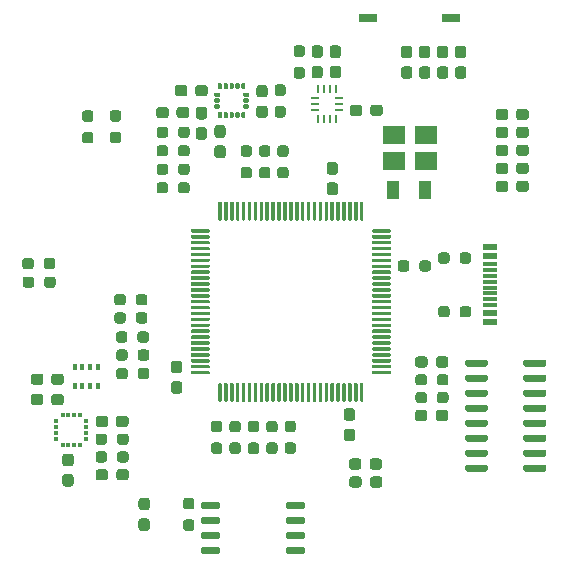
<source format=gbr>
%TF.GenerationSoftware,KiCad,Pcbnew,(5.1.8-0-10_14)*%
%TF.CreationDate,2021-03-06T23:06:48+08:00*%
%TF.ProjectId,upper_board,75707065-725f-4626-9f61-72642e6b6963,v0.1.3*%
%TF.SameCoordinates,Original*%
%TF.FileFunction,Paste,Top*%
%TF.FilePolarity,Positive*%
%FSLAX46Y46*%
G04 Gerber Fmt 4.6, Leading zero omitted, Abs format (unit mm)*
G04 Created by KiCad (PCBNEW (5.1.8-0-10_14)) date 2021-03-06 23:06:48*
%MOMM*%
%LPD*%
G01*
G04 APERTURE LIST*
%ADD10R,1.950000X1.650000*%
%ADD11R,1.000000X1.500000*%
%ADD12R,0.350000X0.500000*%
%ADD13R,0.300000X0.450000*%
%ADD14R,0.450000X0.300000*%
%ADD15R,0.250000X0.675000*%
%ADD16R,0.675000X0.250000*%
%ADD17R,1.500000X0.800000*%
%ADD18R,1.160000X0.600000*%
%ADD19R,1.160000X0.300000*%
G04 APERTURE END LIST*
D10*
%TO.C,Y2*%
X149361300Y-72166300D03*
X152111300Y-72166300D03*
X152111300Y-74366300D03*
X149361300Y-74366300D03*
%TD*%
D11*
%TO.C,Y1*%
X151975800Y-76822300D03*
X149275800Y-76822300D03*
%TD*%
D12*
%TO.C,U8*%
X124292000Y-91757600D03*
X123642000Y-93357600D03*
X122992000Y-93357600D03*
X122342000Y-93357600D03*
X123642000Y-91757600D03*
X122992000Y-91757600D03*
X122342000Y-91757600D03*
X124292000Y-93357600D03*
%TD*%
D13*
%TO.C,U7*%
X121809700Y-98379200D03*
X122309700Y-98379200D03*
X122809700Y-98379200D03*
X121309700Y-98379200D03*
D14*
X120784700Y-96354200D03*
X120784700Y-97354200D03*
X120784700Y-96854200D03*
X120784700Y-97854200D03*
D13*
X121309700Y-95829200D03*
X121809700Y-95829200D03*
X122309700Y-95829200D03*
X122809700Y-95829200D03*
D14*
X123334700Y-97354200D03*
X123334700Y-96854200D03*
X123334700Y-96354200D03*
X123334700Y-97854200D03*
%TD*%
D15*
%TO.C,U6*%
X142975900Y-68282700D03*
X143475900Y-68282700D03*
X143975900Y-68282700D03*
X144475900Y-68282700D03*
X144475900Y-70807700D03*
X143975900Y-70807700D03*
X143475900Y-70807700D03*
X142975900Y-70807700D03*
D16*
X144738400Y-69045200D03*
X144738400Y-69545200D03*
X144738400Y-70045200D03*
X142713400Y-69045200D03*
X142713400Y-70045200D03*
X142713400Y-69545200D03*
%TD*%
%TO.C,U5*%
G36*
G01*
X134585800Y-69902700D02*
X134210800Y-69902700D01*
G75*
G02*
X134123300Y-69815200I0J87500D01*
G01*
X134123300Y-69640200D01*
G75*
G02*
X134210800Y-69552700I87500J0D01*
G01*
X134585800Y-69552700D01*
G75*
G02*
X134673300Y-69640200I0J-87500D01*
G01*
X134673300Y-69815200D01*
G75*
G02*
X134585800Y-69902700I-87500J0D01*
G01*
G37*
G36*
G01*
X134585800Y-69402700D02*
X134210800Y-69402700D01*
G75*
G02*
X134123300Y-69315200I0J87500D01*
G01*
X134123300Y-69140200D01*
G75*
G02*
X134210800Y-69052700I87500J0D01*
G01*
X134585800Y-69052700D01*
G75*
G02*
X134673300Y-69140200I0J-87500D01*
G01*
X134673300Y-69315200D01*
G75*
G02*
X134585800Y-69402700I-87500J0D01*
G01*
G37*
G36*
G01*
X134585800Y-68902700D02*
X134210800Y-68902700D01*
G75*
G02*
X134123300Y-68815200I0J87500D01*
G01*
X134123300Y-68640200D01*
G75*
G02*
X134210800Y-68552700I87500J0D01*
G01*
X134585800Y-68552700D01*
G75*
G02*
X134673300Y-68640200I0J-87500D01*
G01*
X134673300Y-68815200D01*
G75*
G02*
X134585800Y-68902700I-87500J0D01*
G01*
G37*
G36*
G01*
X134710800Y-68277700D02*
X134535800Y-68277700D01*
G75*
G02*
X134448300Y-68190200I0J87500D01*
G01*
X134448300Y-67815200D01*
G75*
G02*
X134535800Y-67727700I87500J0D01*
G01*
X134710800Y-67727700D01*
G75*
G02*
X134798300Y-67815200I0J-87500D01*
G01*
X134798300Y-68190200D01*
G75*
G02*
X134710800Y-68277700I-87500J0D01*
G01*
G37*
G36*
G01*
X135210800Y-68277700D02*
X135035800Y-68277700D01*
G75*
G02*
X134948300Y-68190200I0J87500D01*
G01*
X134948300Y-67815200D01*
G75*
G02*
X135035800Y-67727700I87500J0D01*
G01*
X135210800Y-67727700D01*
G75*
G02*
X135298300Y-67815200I0J-87500D01*
G01*
X135298300Y-68190200D01*
G75*
G02*
X135210800Y-68277700I-87500J0D01*
G01*
G37*
G36*
G01*
X135710800Y-68277700D02*
X135535800Y-68277700D01*
G75*
G02*
X135448300Y-68190200I0J87500D01*
G01*
X135448300Y-67815200D01*
G75*
G02*
X135535800Y-67727700I87500J0D01*
G01*
X135710800Y-67727700D01*
G75*
G02*
X135798300Y-67815200I0J-87500D01*
G01*
X135798300Y-68190200D01*
G75*
G02*
X135710800Y-68277700I-87500J0D01*
G01*
G37*
G36*
G01*
X136210800Y-68277700D02*
X136035800Y-68277700D01*
G75*
G02*
X135948300Y-68190200I0J87500D01*
G01*
X135948300Y-67815200D01*
G75*
G02*
X136035800Y-67727700I87500J0D01*
G01*
X136210800Y-67727700D01*
G75*
G02*
X136298300Y-67815200I0J-87500D01*
G01*
X136298300Y-68190200D01*
G75*
G02*
X136210800Y-68277700I-87500J0D01*
G01*
G37*
G36*
G01*
X136710800Y-68277700D02*
X136535800Y-68277700D01*
G75*
G02*
X136448300Y-68190200I0J87500D01*
G01*
X136448300Y-67815200D01*
G75*
G02*
X136535800Y-67727700I87500J0D01*
G01*
X136710800Y-67727700D01*
G75*
G02*
X136798300Y-67815200I0J-87500D01*
G01*
X136798300Y-68190200D01*
G75*
G02*
X136710800Y-68277700I-87500J0D01*
G01*
G37*
G36*
G01*
X137035800Y-68902700D02*
X136660800Y-68902700D01*
G75*
G02*
X136573300Y-68815200I0J87500D01*
G01*
X136573300Y-68640200D01*
G75*
G02*
X136660800Y-68552700I87500J0D01*
G01*
X137035800Y-68552700D01*
G75*
G02*
X137123300Y-68640200I0J-87500D01*
G01*
X137123300Y-68815200D01*
G75*
G02*
X137035800Y-68902700I-87500J0D01*
G01*
G37*
G36*
G01*
X137035800Y-69402700D02*
X136660800Y-69402700D01*
G75*
G02*
X136573300Y-69315200I0J87500D01*
G01*
X136573300Y-69140200D01*
G75*
G02*
X136660800Y-69052700I87500J0D01*
G01*
X137035800Y-69052700D01*
G75*
G02*
X137123300Y-69140200I0J-87500D01*
G01*
X137123300Y-69315200D01*
G75*
G02*
X137035800Y-69402700I-87500J0D01*
G01*
G37*
G36*
G01*
X137035800Y-69902700D02*
X136660800Y-69902700D01*
G75*
G02*
X136573300Y-69815200I0J87500D01*
G01*
X136573300Y-69640200D01*
G75*
G02*
X136660800Y-69552700I87500J0D01*
G01*
X137035800Y-69552700D01*
G75*
G02*
X137123300Y-69640200I0J-87500D01*
G01*
X137123300Y-69815200D01*
G75*
G02*
X137035800Y-69902700I-87500J0D01*
G01*
G37*
G36*
G01*
X136710800Y-70727700D02*
X136535800Y-70727700D01*
G75*
G02*
X136448300Y-70640200I0J87500D01*
G01*
X136448300Y-70265200D01*
G75*
G02*
X136535800Y-70177700I87500J0D01*
G01*
X136710800Y-70177700D01*
G75*
G02*
X136798300Y-70265200I0J-87500D01*
G01*
X136798300Y-70640200D01*
G75*
G02*
X136710800Y-70727700I-87500J0D01*
G01*
G37*
G36*
G01*
X136210800Y-70727700D02*
X136035800Y-70727700D01*
G75*
G02*
X135948300Y-70640200I0J87500D01*
G01*
X135948300Y-70265200D01*
G75*
G02*
X136035800Y-70177700I87500J0D01*
G01*
X136210800Y-70177700D01*
G75*
G02*
X136298300Y-70265200I0J-87500D01*
G01*
X136298300Y-70640200D01*
G75*
G02*
X136210800Y-70727700I-87500J0D01*
G01*
G37*
G36*
G01*
X135710800Y-70727700D02*
X135535800Y-70727700D01*
G75*
G02*
X135448300Y-70640200I0J87500D01*
G01*
X135448300Y-70265200D01*
G75*
G02*
X135535800Y-70177700I87500J0D01*
G01*
X135710800Y-70177700D01*
G75*
G02*
X135798300Y-70265200I0J-87500D01*
G01*
X135798300Y-70640200D01*
G75*
G02*
X135710800Y-70727700I-87500J0D01*
G01*
G37*
G36*
G01*
X135210800Y-70727700D02*
X135035800Y-70727700D01*
G75*
G02*
X134948300Y-70640200I0J87500D01*
G01*
X134948300Y-70265200D01*
G75*
G02*
X135035800Y-70177700I87500J0D01*
G01*
X135210800Y-70177700D01*
G75*
G02*
X135298300Y-70265200I0J-87500D01*
G01*
X135298300Y-70640200D01*
G75*
G02*
X135210800Y-70727700I-87500J0D01*
G01*
G37*
G36*
G01*
X134710800Y-70727700D02*
X134535800Y-70727700D01*
G75*
G02*
X134448300Y-70640200I0J87500D01*
G01*
X134448300Y-70265200D01*
G75*
G02*
X134535800Y-70177700I87500J0D01*
G01*
X134710800Y-70177700D01*
G75*
G02*
X134798300Y-70265200I0J-87500D01*
G01*
X134798300Y-70640200D01*
G75*
G02*
X134710800Y-70727700I-87500J0D01*
G01*
G37*
%TD*%
%TO.C,U4*%
G36*
G01*
X140226700Y-103655000D02*
X140226700Y-103355000D01*
G75*
G02*
X140376700Y-103205000I150000J0D01*
G01*
X141676700Y-103205000D01*
G75*
G02*
X141826700Y-103355000I0J-150000D01*
G01*
X141826700Y-103655000D01*
G75*
G02*
X141676700Y-103805000I-150000J0D01*
G01*
X140376700Y-103805000D01*
G75*
G02*
X140226700Y-103655000I0J150000D01*
G01*
G37*
G36*
G01*
X140226700Y-104925000D02*
X140226700Y-104625000D01*
G75*
G02*
X140376700Y-104475000I150000J0D01*
G01*
X141676700Y-104475000D01*
G75*
G02*
X141826700Y-104625000I0J-150000D01*
G01*
X141826700Y-104925000D01*
G75*
G02*
X141676700Y-105075000I-150000J0D01*
G01*
X140376700Y-105075000D01*
G75*
G02*
X140226700Y-104925000I0J150000D01*
G01*
G37*
G36*
G01*
X140226700Y-106195000D02*
X140226700Y-105895000D01*
G75*
G02*
X140376700Y-105745000I150000J0D01*
G01*
X141676700Y-105745000D01*
G75*
G02*
X141826700Y-105895000I0J-150000D01*
G01*
X141826700Y-106195000D01*
G75*
G02*
X141676700Y-106345000I-150000J0D01*
G01*
X140376700Y-106345000D01*
G75*
G02*
X140226700Y-106195000I0J150000D01*
G01*
G37*
G36*
G01*
X140226700Y-107465000D02*
X140226700Y-107165000D01*
G75*
G02*
X140376700Y-107015000I150000J0D01*
G01*
X141676700Y-107015000D01*
G75*
G02*
X141826700Y-107165000I0J-150000D01*
G01*
X141826700Y-107465000D01*
G75*
G02*
X141676700Y-107615000I-150000J0D01*
G01*
X140376700Y-107615000D01*
G75*
G02*
X140226700Y-107465000I0J150000D01*
G01*
G37*
G36*
G01*
X133026700Y-107465000D02*
X133026700Y-107165000D01*
G75*
G02*
X133176700Y-107015000I150000J0D01*
G01*
X134476700Y-107015000D01*
G75*
G02*
X134626700Y-107165000I0J-150000D01*
G01*
X134626700Y-107465000D01*
G75*
G02*
X134476700Y-107615000I-150000J0D01*
G01*
X133176700Y-107615000D01*
G75*
G02*
X133026700Y-107465000I0J150000D01*
G01*
G37*
G36*
G01*
X133026700Y-106195000D02*
X133026700Y-105895000D01*
G75*
G02*
X133176700Y-105745000I150000J0D01*
G01*
X134476700Y-105745000D01*
G75*
G02*
X134626700Y-105895000I0J-150000D01*
G01*
X134626700Y-106195000D01*
G75*
G02*
X134476700Y-106345000I-150000J0D01*
G01*
X133176700Y-106345000D01*
G75*
G02*
X133026700Y-106195000I0J150000D01*
G01*
G37*
G36*
G01*
X133026700Y-104925000D02*
X133026700Y-104625000D01*
G75*
G02*
X133176700Y-104475000I150000J0D01*
G01*
X134476700Y-104475000D01*
G75*
G02*
X134626700Y-104625000I0J-150000D01*
G01*
X134626700Y-104925000D01*
G75*
G02*
X134476700Y-105075000I-150000J0D01*
G01*
X133176700Y-105075000D01*
G75*
G02*
X133026700Y-104925000I0J150000D01*
G01*
G37*
G36*
G01*
X133026700Y-103655000D02*
X133026700Y-103355000D01*
G75*
G02*
X133176700Y-103205000I150000J0D01*
G01*
X134476700Y-103205000D01*
G75*
G02*
X134626700Y-103355000I0J-150000D01*
G01*
X134626700Y-103655000D01*
G75*
G02*
X134476700Y-103805000I-150000J0D01*
G01*
X133176700Y-103805000D01*
G75*
G02*
X133026700Y-103655000I0J150000D01*
G01*
G37*
%TD*%
%TO.C,U2*%
G36*
G01*
X147589800Y-80108400D02*
X149039800Y-80108400D01*
G75*
G02*
X149114800Y-80183400I0J-75000D01*
G01*
X149114800Y-80333400D01*
G75*
G02*
X149039800Y-80408400I-75000J0D01*
G01*
X147589800Y-80408400D01*
G75*
G02*
X147514800Y-80333400I0J75000D01*
G01*
X147514800Y-80183400D01*
G75*
G02*
X147589800Y-80108400I75000J0D01*
G01*
G37*
G36*
G01*
X147589800Y-80608400D02*
X149039800Y-80608400D01*
G75*
G02*
X149114800Y-80683400I0J-75000D01*
G01*
X149114800Y-80833400D01*
G75*
G02*
X149039800Y-80908400I-75000J0D01*
G01*
X147589800Y-80908400D01*
G75*
G02*
X147514800Y-80833400I0J75000D01*
G01*
X147514800Y-80683400D01*
G75*
G02*
X147589800Y-80608400I75000J0D01*
G01*
G37*
G36*
G01*
X147589800Y-81108400D02*
X149039800Y-81108400D01*
G75*
G02*
X149114800Y-81183400I0J-75000D01*
G01*
X149114800Y-81333400D01*
G75*
G02*
X149039800Y-81408400I-75000J0D01*
G01*
X147589800Y-81408400D01*
G75*
G02*
X147514800Y-81333400I0J75000D01*
G01*
X147514800Y-81183400D01*
G75*
G02*
X147589800Y-81108400I75000J0D01*
G01*
G37*
G36*
G01*
X147589800Y-81608400D02*
X149039800Y-81608400D01*
G75*
G02*
X149114800Y-81683400I0J-75000D01*
G01*
X149114800Y-81833400D01*
G75*
G02*
X149039800Y-81908400I-75000J0D01*
G01*
X147589800Y-81908400D01*
G75*
G02*
X147514800Y-81833400I0J75000D01*
G01*
X147514800Y-81683400D01*
G75*
G02*
X147589800Y-81608400I75000J0D01*
G01*
G37*
G36*
G01*
X147589800Y-82108400D02*
X149039800Y-82108400D01*
G75*
G02*
X149114800Y-82183400I0J-75000D01*
G01*
X149114800Y-82333400D01*
G75*
G02*
X149039800Y-82408400I-75000J0D01*
G01*
X147589800Y-82408400D01*
G75*
G02*
X147514800Y-82333400I0J75000D01*
G01*
X147514800Y-82183400D01*
G75*
G02*
X147589800Y-82108400I75000J0D01*
G01*
G37*
G36*
G01*
X147589800Y-82608400D02*
X149039800Y-82608400D01*
G75*
G02*
X149114800Y-82683400I0J-75000D01*
G01*
X149114800Y-82833400D01*
G75*
G02*
X149039800Y-82908400I-75000J0D01*
G01*
X147589800Y-82908400D01*
G75*
G02*
X147514800Y-82833400I0J75000D01*
G01*
X147514800Y-82683400D01*
G75*
G02*
X147589800Y-82608400I75000J0D01*
G01*
G37*
G36*
G01*
X147589800Y-83108400D02*
X149039800Y-83108400D01*
G75*
G02*
X149114800Y-83183400I0J-75000D01*
G01*
X149114800Y-83333400D01*
G75*
G02*
X149039800Y-83408400I-75000J0D01*
G01*
X147589800Y-83408400D01*
G75*
G02*
X147514800Y-83333400I0J75000D01*
G01*
X147514800Y-83183400D01*
G75*
G02*
X147589800Y-83108400I75000J0D01*
G01*
G37*
G36*
G01*
X147589800Y-83608400D02*
X149039800Y-83608400D01*
G75*
G02*
X149114800Y-83683400I0J-75000D01*
G01*
X149114800Y-83833400D01*
G75*
G02*
X149039800Y-83908400I-75000J0D01*
G01*
X147589800Y-83908400D01*
G75*
G02*
X147514800Y-83833400I0J75000D01*
G01*
X147514800Y-83683400D01*
G75*
G02*
X147589800Y-83608400I75000J0D01*
G01*
G37*
G36*
G01*
X147589800Y-84108400D02*
X149039800Y-84108400D01*
G75*
G02*
X149114800Y-84183400I0J-75000D01*
G01*
X149114800Y-84333400D01*
G75*
G02*
X149039800Y-84408400I-75000J0D01*
G01*
X147589800Y-84408400D01*
G75*
G02*
X147514800Y-84333400I0J75000D01*
G01*
X147514800Y-84183400D01*
G75*
G02*
X147589800Y-84108400I75000J0D01*
G01*
G37*
G36*
G01*
X147589800Y-84608400D02*
X149039800Y-84608400D01*
G75*
G02*
X149114800Y-84683400I0J-75000D01*
G01*
X149114800Y-84833400D01*
G75*
G02*
X149039800Y-84908400I-75000J0D01*
G01*
X147589800Y-84908400D01*
G75*
G02*
X147514800Y-84833400I0J75000D01*
G01*
X147514800Y-84683400D01*
G75*
G02*
X147589800Y-84608400I75000J0D01*
G01*
G37*
G36*
G01*
X147589800Y-85108400D02*
X149039800Y-85108400D01*
G75*
G02*
X149114800Y-85183400I0J-75000D01*
G01*
X149114800Y-85333400D01*
G75*
G02*
X149039800Y-85408400I-75000J0D01*
G01*
X147589800Y-85408400D01*
G75*
G02*
X147514800Y-85333400I0J75000D01*
G01*
X147514800Y-85183400D01*
G75*
G02*
X147589800Y-85108400I75000J0D01*
G01*
G37*
G36*
G01*
X147589800Y-85608400D02*
X149039800Y-85608400D01*
G75*
G02*
X149114800Y-85683400I0J-75000D01*
G01*
X149114800Y-85833400D01*
G75*
G02*
X149039800Y-85908400I-75000J0D01*
G01*
X147589800Y-85908400D01*
G75*
G02*
X147514800Y-85833400I0J75000D01*
G01*
X147514800Y-85683400D01*
G75*
G02*
X147589800Y-85608400I75000J0D01*
G01*
G37*
G36*
G01*
X147589800Y-86108400D02*
X149039800Y-86108400D01*
G75*
G02*
X149114800Y-86183400I0J-75000D01*
G01*
X149114800Y-86333400D01*
G75*
G02*
X149039800Y-86408400I-75000J0D01*
G01*
X147589800Y-86408400D01*
G75*
G02*
X147514800Y-86333400I0J75000D01*
G01*
X147514800Y-86183400D01*
G75*
G02*
X147589800Y-86108400I75000J0D01*
G01*
G37*
G36*
G01*
X147589800Y-86608400D02*
X149039800Y-86608400D01*
G75*
G02*
X149114800Y-86683400I0J-75000D01*
G01*
X149114800Y-86833400D01*
G75*
G02*
X149039800Y-86908400I-75000J0D01*
G01*
X147589800Y-86908400D01*
G75*
G02*
X147514800Y-86833400I0J75000D01*
G01*
X147514800Y-86683400D01*
G75*
G02*
X147589800Y-86608400I75000J0D01*
G01*
G37*
G36*
G01*
X147589800Y-87108400D02*
X149039800Y-87108400D01*
G75*
G02*
X149114800Y-87183400I0J-75000D01*
G01*
X149114800Y-87333400D01*
G75*
G02*
X149039800Y-87408400I-75000J0D01*
G01*
X147589800Y-87408400D01*
G75*
G02*
X147514800Y-87333400I0J75000D01*
G01*
X147514800Y-87183400D01*
G75*
G02*
X147589800Y-87108400I75000J0D01*
G01*
G37*
G36*
G01*
X147589800Y-87608400D02*
X149039800Y-87608400D01*
G75*
G02*
X149114800Y-87683400I0J-75000D01*
G01*
X149114800Y-87833400D01*
G75*
G02*
X149039800Y-87908400I-75000J0D01*
G01*
X147589800Y-87908400D01*
G75*
G02*
X147514800Y-87833400I0J75000D01*
G01*
X147514800Y-87683400D01*
G75*
G02*
X147589800Y-87608400I75000J0D01*
G01*
G37*
G36*
G01*
X147589800Y-88108400D02*
X149039800Y-88108400D01*
G75*
G02*
X149114800Y-88183400I0J-75000D01*
G01*
X149114800Y-88333400D01*
G75*
G02*
X149039800Y-88408400I-75000J0D01*
G01*
X147589800Y-88408400D01*
G75*
G02*
X147514800Y-88333400I0J75000D01*
G01*
X147514800Y-88183400D01*
G75*
G02*
X147589800Y-88108400I75000J0D01*
G01*
G37*
G36*
G01*
X147589800Y-88608400D02*
X149039800Y-88608400D01*
G75*
G02*
X149114800Y-88683400I0J-75000D01*
G01*
X149114800Y-88833400D01*
G75*
G02*
X149039800Y-88908400I-75000J0D01*
G01*
X147589800Y-88908400D01*
G75*
G02*
X147514800Y-88833400I0J75000D01*
G01*
X147514800Y-88683400D01*
G75*
G02*
X147589800Y-88608400I75000J0D01*
G01*
G37*
G36*
G01*
X147589800Y-89108400D02*
X149039800Y-89108400D01*
G75*
G02*
X149114800Y-89183400I0J-75000D01*
G01*
X149114800Y-89333400D01*
G75*
G02*
X149039800Y-89408400I-75000J0D01*
G01*
X147589800Y-89408400D01*
G75*
G02*
X147514800Y-89333400I0J75000D01*
G01*
X147514800Y-89183400D01*
G75*
G02*
X147589800Y-89108400I75000J0D01*
G01*
G37*
G36*
G01*
X147589800Y-89608400D02*
X149039800Y-89608400D01*
G75*
G02*
X149114800Y-89683400I0J-75000D01*
G01*
X149114800Y-89833400D01*
G75*
G02*
X149039800Y-89908400I-75000J0D01*
G01*
X147589800Y-89908400D01*
G75*
G02*
X147514800Y-89833400I0J75000D01*
G01*
X147514800Y-89683400D01*
G75*
G02*
X147589800Y-89608400I75000J0D01*
G01*
G37*
G36*
G01*
X147589800Y-90108400D02*
X149039800Y-90108400D01*
G75*
G02*
X149114800Y-90183400I0J-75000D01*
G01*
X149114800Y-90333400D01*
G75*
G02*
X149039800Y-90408400I-75000J0D01*
G01*
X147589800Y-90408400D01*
G75*
G02*
X147514800Y-90333400I0J75000D01*
G01*
X147514800Y-90183400D01*
G75*
G02*
X147589800Y-90108400I75000J0D01*
G01*
G37*
G36*
G01*
X147589800Y-90608400D02*
X149039800Y-90608400D01*
G75*
G02*
X149114800Y-90683400I0J-75000D01*
G01*
X149114800Y-90833400D01*
G75*
G02*
X149039800Y-90908400I-75000J0D01*
G01*
X147589800Y-90908400D01*
G75*
G02*
X147514800Y-90833400I0J75000D01*
G01*
X147514800Y-90683400D01*
G75*
G02*
X147589800Y-90608400I75000J0D01*
G01*
G37*
G36*
G01*
X147589800Y-91108400D02*
X149039800Y-91108400D01*
G75*
G02*
X149114800Y-91183400I0J-75000D01*
G01*
X149114800Y-91333400D01*
G75*
G02*
X149039800Y-91408400I-75000J0D01*
G01*
X147589800Y-91408400D01*
G75*
G02*
X147514800Y-91333400I0J75000D01*
G01*
X147514800Y-91183400D01*
G75*
G02*
X147589800Y-91108400I75000J0D01*
G01*
G37*
G36*
G01*
X147589800Y-91608400D02*
X149039800Y-91608400D01*
G75*
G02*
X149114800Y-91683400I0J-75000D01*
G01*
X149114800Y-91833400D01*
G75*
G02*
X149039800Y-91908400I-75000J0D01*
G01*
X147589800Y-91908400D01*
G75*
G02*
X147514800Y-91833400I0J75000D01*
G01*
X147514800Y-91683400D01*
G75*
G02*
X147589800Y-91608400I75000J0D01*
G01*
G37*
G36*
G01*
X147589800Y-92108400D02*
X149039800Y-92108400D01*
G75*
G02*
X149114800Y-92183400I0J-75000D01*
G01*
X149114800Y-92333400D01*
G75*
G02*
X149039800Y-92408400I-75000J0D01*
G01*
X147589800Y-92408400D01*
G75*
G02*
X147514800Y-92333400I0J75000D01*
G01*
X147514800Y-92183400D01*
G75*
G02*
X147589800Y-92108400I75000J0D01*
G01*
G37*
G36*
G01*
X146564800Y-93133400D02*
X146714800Y-93133400D01*
G75*
G02*
X146789800Y-93208400I0J-75000D01*
G01*
X146789800Y-94658400D01*
G75*
G02*
X146714800Y-94733400I-75000J0D01*
G01*
X146564800Y-94733400D01*
G75*
G02*
X146489800Y-94658400I0J75000D01*
G01*
X146489800Y-93208400D01*
G75*
G02*
X146564800Y-93133400I75000J0D01*
G01*
G37*
G36*
G01*
X146064800Y-93133400D02*
X146214800Y-93133400D01*
G75*
G02*
X146289800Y-93208400I0J-75000D01*
G01*
X146289800Y-94658400D01*
G75*
G02*
X146214800Y-94733400I-75000J0D01*
G01*
X146064800Y-94733400D01*
G75*
G02*
X145989800Y-94658400I0J75000D01*
G01*
X145989800Y-93208400D01*
G75*
G02*
X146064800Y-93133400I75000J0D01*
G01*
G37*
G36*
G01*
X145564800Y-93133400D02*
X145714800Y-93133400D01*
G75*
G02*
X145789800Y-93208400I0J-75000D01*
G01*
X145789800Y-94658400D01*
G75*
G02*
X145714800Y-94733400I-75000J0D01*
G01*
X145564800Y-94733400D01*
G75*
G02*
X145489800Y-94658400I0J75000D01*
G01*
X145489800Y-93208400D01*
G75*
G02*
X145564800Y-93133400I75000J0D01*
G01*
G37*
G36*
G01*
X145064800Y-93133400D02*
X145214800Y-93133400D01*
G75*
G02*
X145289800Y-93208400I0J-75000D01*
G01*
X145289800Y-94658400D01*
G75*
G02*
X145214800Y-94733400I-75000J0D01*
G01*
X145064800Y-94733400D01*
G75*
G02*
X144989800Y-94658400I0J75000D01*
G01*
X144989800Y-93208400D01*
G75*
G02*
X145064800Y-93133400I75000J0D01*
G01*
G37*
G36*
G01*
X144564800Y-93133400D02*
X144714800Y-93133400D01*
G75*
G02*
X144789800Y-93208400I0J-75000D01*
G01*
X144789800Y-94658400D01*
G75*
G02*
X144714800Y-94733400I-75000J0D01*
G01*
X144564800Y-94733400D01*
G75*
G02*
X144489800Y-94658400I0J75000D01*
G01*
X144489800Y-93208400D01*
G75*
G02*
X144564800Y-93133400I75000J0D01*
G01*
G37*
G36*
G01*
X144064800Y-93133400D02*
X144214800Y-93133400D01*
G75*
G02*
X144289800Y-93208400I0J-75000D01*
G01*
X144289800Y-94658400D01*
G75*
G02*
X144214800Y-94733400I-75000J0D01*
G01*
X144064800Y-94733400D01*
G75*
G02*
X143989800Y-94658400I0J75000D01*
G01*
X143989800Y-93208400D01*
G75*
G02*
X144064800Y-93133400I75000J0D01*
G01*
G37*
G36*
G01*
X143564800Y-93133400D02*
X143714800Y-93133400D01*
G75*
G02*
X143789800Y-93208400I0J-75000D01*
G01*
X143789800Y-94658400D01*
G75*
G02*
X143714800Y-94733400I-75000J0D01*
G01*
X143564800Y-94733400D01*
G75*
G02*
X143489800Y-94658400I0J75000D01*
G01*
X143489800Y-93208400D01*
G75*
G02*
X143564800Y-93133400I75000J0D01*
G01*
G37*
G36*
G01*
X143064800Y-93133400D02*
X143214800Y-93133400D01*
G75*
G02*
X143289800Y-93208400I0J-75000D01*
G01*
X143289800Y-94658400D01*
G75*
G02*
X143214800Y-94733400I-75000J0D01*
G01*
X143064800Y-94733400D01*
G75*
G02*
X142989800Y-94658400I0J75000D01*
G01*
X142989800Y-93208400D01*
G75*
G02*
X143064800Y-93133400I75000J0D01*
G01*
G37*
G36*
G01*
X142564800Y-93133400D02*
X142714800Y-93133400D01*
G75*
G02*
X142789800Y-93208400I0J-75000D01*
G01*
X142789800Y-94658400D01*
G75*
G02*
X142714800Y-94733400I-75000J0D01*
G01*
X142564800Y-94733400D01*
G75*
G02*
X142489800Y-94658400I0J75000D01*
G01*
X142489800Y-93208400D01*
G75*
G02*
X142564800Y-93133400I75000J0D01*
G01*
G37*
G36*
G01*
X142064800Y-93133400D02*
X142214800Y-93133400D01*
G75*
G02*
X142289800Y-93208400I0J-75000D01*
G01*
X142289800Y-94658400D01*
G75*
G02*
X142214800Y-94733400I-75000J0D01*
G01*
X142064800Y-94733400D01*
G75*
G02*
X141989800Y-94658400I0J75000D01*
G01*
X141989800Y-93208400D01*
G75*
G02*
X142064800Y-93133400I75000J0D01*
G01*
G37*
G36*
G01*
X141564800Y-93133400D02*
X141714800Y-93133400D01*
G75*
G02*
X141789800Y-93208400I0J-75000D01*
G01*
X141789800Y-94658400D01*
G75*
G02*
X141714800Y-94733400I-75000J0D01*
G01*
X141564800Y-94733400D01*
G75*
G02*
X141489800Y-94658400I0J75000D01*
G01*
X141489800Y-93208400D01*
G75*
G02*
X141564800Y-93133400I75000J0D01*
G01*
G37*
G36*
G01*
X141064800Y-93133400D02*
X141214800Y-93133400D01*
G75*
G02*
X141289800Y-93208400I0J-75000D01*
G01*
X141289800Y-94658400D01*
G75*
G02*
X141214800Y-94733400I-75000J0D01*
G01*
X141064800Y-94733400D01*
G75*
G02*
X140989800Y-94658400I0J75000D01*
G01*
X140989800Y-93208400D01*
G75*
G02*
X141064800Y-93133400I75000J0D01*
G01*
G37*
G36*
G01*
X140564800Y-93133400D02*
X140714800Y-93133400D01*
G75*
G02*
X140789800Y-93208400I0J-75000D01*
G01*
X140789800Y-94658400D01*
G75*
G02*
X140714800Y-94733400I-75000J0D01*
G01*
X140564800Y-94733400D01*
G75*
G02*
X140489800Y-94658400I0J75000D01*
G01*
X140489800Y-93208400D01*
G75*
G02*
X140564800Y-93133400I75000J0D01*
G01*
G37*
G36*
G01*
X140064800Y-93133400D02*
X140214800Y-93133400D01*
G75*
G02*
X140289800Y-93208400I0J-75000D01*
G01*
X140289800Y-94658400D01*
G75*
G02*
X140214800Y-94733400I-75000J0D01*
G01*
X140064800Y-94733400D01*
G75*
G02*
X139989800Y-94658400I0J75000D01*
G01*
X139989800Y-93208400D01*
G75*
G02*
X140064800Y-93133400I75000J0D01*
G01*
G37*
G36*
G01*
X139564800Y-93133400D02*
X139714800Y-93133400D01*
G75*
G02*
X139789800Y-93208400I0J-75000D01*
G01*
X139789800Y-94658400D01*
G75*
G02*
X139714800Y-94733400I-75000J0D01*
G01*
X139564800Y-94733400D01*
G75*
G02*
X139489800Y-94658400I0J75000D01*
G01*
X139489800Y-93208400D01*
G75*
G02*
X139564800Y-93133400I75000J0D01*
G01*
G37*
G36*
G01*
X139064800Y-93133400D02*
X139214800Y-93133400D01*
G75*
G02*
X139289800Y-93208400I0J-75000D01*
G01*
X139289800Y-94658400D01*
G75*
G02*
X139214800Y-94733400I-75000J0D01*
G01*
X139064800Y-94733400D01*
G75*
G02*
X138989800Y-94658400I0J75000D01*
G01*
X138989800Y-93208400D01*
G75*
G02*
X139064800Y-93133400I75000J0D01*
G01*
G37*
G36*
G01*
X138564800Y-93133400D02*
X138714800Y-93133400D01*
G75*
G02*
X138789800Y-93208400I0J-75000D01*
G01*
X138789800Y-94658400D01*
G75*
G02*
X138714800Y-94733400I-75000J0D01*
G01*
X138564800Y-94733400D01*
G75*
G02*
X138489800Y-94658400I0J75000D01*
G01*
X138489800Y-93208400D01*
G75*
G02*
X138564800Y-93133400I75000J0D01*
G01*
G37*
G36*
G01*
X138064800Y-93133400D02*
X138214800Y-93133400D01*
G75*
G02*
X138289800Y-93208400I0J-75000D01*
G01*
X138289800Y-94658400D01*
G75*
G02*
X138214800Y-94733400I-75000J0D01*
G01*
X138064800Y-94733400D01*
G75*
G02*
X137989800Y-94658400I0J75000D01*
G01*
X137989800Y-93208400D01*
G75*
G02*
X138064800Y-93133400I75000J0D01*
G01*
G37*
G36*
G01*
X137564800Y-93133400D02*
X137714800Y-93133400D01*
G75*
G02*
X137789800Y-93208400I0J-75000D01*
G01*
X137789800Y-94658400D01*
G75*
G02*
X137714800Y-94733400I-75000J0D01*
G01*
X137564800Y-94733400D01*
G75*
G02*
X137489800Y-94658400I0J75000D01*
G01*
X137489800Y-93208400D01*
G75*
G02*
X137564800Y-93133400I75000J0D01*
G01*
G37*
G36*
G01*
X137064800Y-93133400D02*
X137214800Y-93133400D01*
G75*
G02*
X137289800Y-93208400I0J-75000D01*
G01*
X137289800Y-94658400D01*
G75*
G02*
X137214800Y-94733400I-75000J0D01*
G01*
X137064800Y-94733400D01*
G75*
G02*
X136989800Y-94658400I0J75000D01*
G01*
X136989800Y-93208400D01*
G75*
G02*
X137064800Y-93133400I75000J0D01*
G01*
G37*
G36*
G01*
X136564800Y-93133400D02*
X136714800Y-93133400D01*
G75*
G02*
X136789800Y-93208400I0J-75000D01*
G01*
X136789800Y-94658400D01*
G75*
G02*
X136714800Y-94733400I-75000J0D01*
G01*
X136564800Y-94733400D01*
G75*
G02*
X136489800Y-94658400I0J75000D01*
G01*
X136489800Y-93208400D01*
G75*
G02*
X136564800Y-93133400I75000J0D01*
G01*
G37*
G36*
G01*
X136064800Y-93133400D02*
X136214800Y-93133400D01*
G75*
G02*
X136289800Y-93208400I0J-75000D01*
G01*
X136289800Y-94658400D01*
G75*
G02*
X136214800Y-94733400I-75000J0D01*
G01*
X136064800Y-94733400D01*
G75*
G02*
X135989800Y-94658400I0J75000D01*
G01*
X135989800Y-93208400D01*
G75*
G02*
X136064800Y-93133400I75000J0D01*
G01*
G37*
G36*
G01*
X135564800Y-93133400D02*
X135714800Y-93133400D01*
G75*
G02*
X135789800Y-93208400I0J-75000D01*
G01*
X135789800Y-94658400D01*
G75*
G02*
X135714800Y-94733400I-75000J0D01*
G01*
X135564800Y-94733400D01*
G75*
G02*
X135489800Y-94658400I0J75000D01*
G01*
X135489800Y-93208400D01*
G75*
G02*
X135564800Y-93133400I75000J0D01*
G01*
G37*
G36*
G01*
X135064800Y-93133400D02*
X135214800Y-93133400D01*
G75*
G02*
X135289800Y-93208400I0J-75000D01*
G01*
X135289800Y-94658400D01*
G75*
G02*
X135214800Y-94733400I-75000J0D01*
G01*
X135064800Y-94733400D01*
G75*
G02*
X134989800Y-94658400I0J75000D01*
G01*
X134989800Y-93208400D01*
G75*
G02*
X135064800Y-93133400I75000J0D01*
G01*
G37*
G36*
G01*
X134564800Y-93133400D02*
X134714800Y-93133400D01*
G75*
G02*
X134789800Y-93208400I0J-75000D01*
G01*
X134789800Y-94658400D01*
G75*
G02*
X134714800Y-94733400I-75000J0D01*
G01*
X134564800Y-94733400D01*
G75*
G02*
X134489800Y-94658400I0J75000D01*
G01*
X134489800Y-93208400D01*
G75*
G02*
X134564800Y-93133400I75000J0D01*
G01*
G37*
G36*
G01*
X132239800Y-92108400D02*
X133689800Y-92108400D01*
G75*
G02*
X133764800Y-92183400I0J-75000D01*
G01*
X133764800Y-92333400D01*
G75*
G02*
X133689800Y-92408400I-75000J0D01*
G01*
X132239800Y-92408400D01*
G75*
G02*
X132164800Y-92333400I0J75000D01*
G01*
X132164800Y-92183400D01*
G75*
G02*
X132239800Y-92108400I75000J0D01*
G01*
G37*
G36*
G01*
X132239800Y-91608400D02*
X133689800Y-91608400D01*
G75*
G02*
X133764800Y-91683400I0J-75000D01*
G01*
X133764800Y-91833400D01*
G75*
G02*
X133689800Y-91908400I-75000J0D01*
G01*
X132239800Y-91908400D01*
G75*
G02*
X132164800Y-91833400I0J75000D01*
G01*
X132164800Y-91683400D01*
G75*
G02*
X132239800Y-91608400I75000J0D01*
G01*
G37*
G36*
G01*
X132239800Y-91108400D02*
X133689800Y-91108400D01*
G75*
G02*
X133764800Y-91183400I0J-75000D01*
G01*
X133764800Y-91333400D01*
G75*
G02*
X133689800Y-91408400I-75000J0D01*
G01*
X132239800Y-91408400D01*
G75*
G02*
X132164800Y-91333400I0J75000D01*
G01*
X132164800Y-91183400D01*
G75*
G02*
X132239800Y-91108400I75000J0D01*
G01*
G37*
G36*
G01*
X132239800Y-90608400D02*
X133689800Y-90608400D01*
G75*
G02*
X133764800Y-90683400I0J-75000D01*
G01*
X133764800Y-90833400D01*
G75*
G02*
X133689800Y-90908400I-75000J0D01*
G01*
X132239800Y-90908400D01*
G75*
G02*
X132164800Y-90833400I0J75000D01*
G01*
X132164800Y-90683400D01*
G75*
G02*
X132239800Y-90608400I75000J0D01*
G01*
G37*
G36*
G01*
X132239800Y-90108400D02*
X133689800Y-90108400D01*
G75*
G02*
X133764800Y-90183400I0J-75000D01*
G01*
X133764800Y-90333400D01*
G75*
G02*
X133689800Y-90408400I-75000J0D01*
G01*
X132239800Y-90408400D01*
G75*
G02*
X132164800Y-90333400I0J75000D01*
G01*
X132164800Y-90183400D01*
G75*
G02*
X132239800Y-90108400I75000J0D01*
G01*
G37*
G36*
G01*
X132239800Y-89608400D02*
X133689800Y-89608400D01*
G75*
G02*
X133764800Y-89683400I0J-75000D01*
G01*
X133764800Y-89833400D01*
G75*
G02*
X133689800Y-89908400I-75000J0D01*
G01*
X132239800Y-89908400D01*
G75*
G02*
X132164800Y-89833400I0J75000D01*
G01*
X132164800Y-89683400D01*
G75*
G02*
X132239800Y-89608400I75000J0D01*
G01*
G37*
G36*
G01*
X132239800Y-89108400D02*
X133689800Y-89108400D01*
G75*
G02*
X133764800Y-89183400I0J-75000D01*
G01*
X133764800Y-89333400D01*
G75*
G02*
X133689800Y-89408400I-75000J0D01*
G01*
X132239800Y-89408400D01*
G75*
G02*
X132164800Y-89333400I0J75000D01*
G01*
X132164800Y-89183400D01*
G75*
G02*
X132239800Y-89108400I75000J0D01*
G01*
G37*
G36*
G01*
X132239800Y-88608400D02*
X133689800Y-88608400D01*
G75*
G02*
X133764800Y-88683400I0J-75000D01*
G01*
X133764800Y-88833400D01*
G75*
G02*
X133689800Y-88908400I-75000J0D01*
G01*
X132239800Y-88908400D01*
G75*
G02*
X132164800Y-88833400I0J75000D01*
G01*
X132164800Y-88683400D01*
G75*
G02*
X132239800Y-88608400I75000J0D01*
G01*
G37*
G36*
G01*
X132239800Y-88108400D02*
X133689800Y-88108400D01*
G75*
G02*
X133764800Y-88183400I0J-75000D01*
G01*
X133764800Y-88333400D01*
G75*
G02*
X133689800Y-88408400I-75000J0D01*
G01*
X132239800Y-88408400D01*
G75*
G02*
X132164800Y-88333400I0J75000D01*
G01*
X132164800Y-88183400D01*
G75*
G02*
X132239800Y-88108400I75000J0D01*
G01*
G37*
G36*
G01*
X132239800Y-87608400D02*
X133689800Y-87608400D01*
G75*
G02*
X133764800Y-87683400I0J-75000D01*
G01*
X133764800Y-87833400D01*
G75*
G02*
X133689800Y-87908400I-75000J0D01*
G01*
X132239800Y-87908400D01*
G75*
G02*
X132164800Y-87833400I0J75000D01*
G01*
X132164800Y-87683400D01*
G75*
G02*
X132239800Y-87608400I75000J0D01*
G01*
G37*
G36*
G01*
X132239800Y-87108400D02*
X133689800Y-87108400D01*
G75*
G02*
X133764800Y-87183400I0J-75000D01*
G01*
X133764800Y-87333400D01*
G75*
G02*
X133689800Y-87408400I-75000J0D01*
G01*
X132239800Y-87408400D01*
G75*
G02*
X132164800Y-87333400I0J75000D01*
G01*
X132164800Y-87183400D01*
G75*
G02*
X132239800Y-87108400I75000J0D01*
G01*
G37*
G36*
G01*
X132239800Y-86608400D02*
X133689800Y-86608400D01*
G75*
G02*
X133764800Y-86683400I0J-75000D01*
G01*
X133764800Y-86833400D01*
G75*
G02*
X133689800Y-86908400I-75000J0D01*
G01*
X132239800Y-86908400D01*
G75*
G02*
X132164800Y-86833400I0J75000D01*
G01*
X132164800Y-86683400D01*
G75*
G02*
X132239800Y-86608400I75000J0D01*
G01*
G37*
G36*
G01*
X132239800Y-86108400D02*
X133689800Y-86108400D01*
G75*
G02*
X133764800Y-86183400I0J-75000D01*
G01*
X133764800Y-86333400D01*
G75*
G02*
X133689800Y-86408400I-75000J0D01*
G01*
X132239800Y-86408400D01*
G75*
G02*
X132164800Y-86333400I0J75000D01*
G01*
X132164800Y-86183400D01*
G75*
G02*
X132239800Y-86108400I75000J0D01*
G01*
G37*
G36*
G01*
X132239800Y-85608400D02*
X133689800Y-85608400D01*
G75*
G02*
X133764800Y-85683400I0J-75000D01*
G01*
X133764800Y-85833400D01*
G75*
G02*
X133689800Y-85908400I-75000J0D01*
G01*
X132239800Y-85908400D01*
G75*
G02*
X132164800Y-85833400I0J75000D01*
G01*
X132164800Y-85683400D01*
G75*
G02*
X132239800Y-85608400I75000J0D01*
G01*
G37*
G36*
G01*
X132239800Y-85108400D02*
X133689800Y-85108400D01*
G75*
G02*
X133764800Y-85183400I0J-75000D01*
G01*
X133764800Y-85333400D01*
G75*
G02*
X133689800Y-85408400I-75000J0D01*
G01*
X132239800Y-85408400D01*
G75*
G02*
X132164800Y-85333400I0J75000D01*
G01*
X132164800Y-85183400D01*
G75*
G02*
X132239800Y-85108400I75000J0D01*
G01*
G37*
G36*
G01*
X132239800Y-84608400D02*
X133689800Y-84608400D01*
G75*
G02*
X133764800Y-84683400I0J-75000D01*
G01*
X133764800Y-84833400D01*
G75*
G02*
X133689800Y-84908400I-75000J0D01*
G01*
X132239800Y-84908400D01*
G75*
G02*
X132164800Y-84833400I0J75000D01*
G01*
X132164800Y-84683400D01*
G75*
G02*
X132239800Y-84608400I75000J0D01*
G01*
G37*
G36*
G01*
X132239800Y-84108400D02*
X133689800Y-84108400D01*
G75*
G02*
X133764800Y-84183400I0J-75000D01*
G01*
X133764800Y-84333400D01*
G75*
G02*
X133689800Y-84408400I-75000J0D01*
G01*
X132239800Y-84408400D01*
G75*
G02*
X132164800Y-84333400I0J75000D01*
G01*
X132164800Y-84183400D01*
G75*
G02*
X132239800Y-84108400I75000J0D01*
G01*
G37*
G36*
G01*
X132239800Y-83608400D02*
X133689800Y-83608400D01*
G75*
G02*
X133764800Y-83683400I0J-75000D01*
G01*
X133764800Y-83833400D01*
G75*
G02*
X133689800Y-83908400I-75000J0D01*
G01*
X132239800Y-83908400D01*
G75*
G02*
X132164800Y-83833400I0J75000D01*
G01*
X132164800Y-83683400D01*
G75*
G02*
X132239800Y-83608400I75000J0D01*
G01*
G37*
G36*
G01*
X132239800Y-83108400D02*
X133689800Y-83108400D01*
G75*
G02*
X133764800Y-83183400I0J-75000D01*
G01*
X133764800Y-83333400D01*
G75*
G02*
X133689800Y-83408400I-75000J0D01*
G01*
X132239800Y-83408400D01*
G75*
G02*
X132164800Y-83333400I0J75000D01*
G01*
X132164800Y-83183400D01*
G75*
G02*
X132239800Y-83108400I75000J0D01*
G01*
G37*
G36*
G01*
X132239800Y-82608400D02*
X133689800Y-82608400D01*
G75*
G02*
X133764800Y-82683400I0J-75000D01*
G01*
X133764800Y-82833400D01*
G75*
G02*
X133689800Y-82908400I-75000J0D01*
G01*
X132239800Y-82908400D01*
G75*
G02*
X132164800Y-82833400I0J75000D01*
G01*
X132164800Y-82683400D01*
G75*
G02*
X132239800Y-82608400I75000J0D01*
G01*
G37*
G36*
G01*
X132239800Y-82108400D02*
X133689800Y-82108400D01*
G75*
G02*
X133764800Y-82183400I0J-75000D01*
G01*
X133764800Y-82333400D01*
G75*
G02*
X133689800Y-82408400I-75000J0D01*
G01*
X132239800Y-82408400D01*
G75*
G02*
X132164800Y-82333400I0J75000D01*
G01*
X132164800Y-82183400D01*
G75*
G02*
X132239800Y-82108400I75000J0D01*
G01*
G37*
G36*
G01*
X132239800Y-81608400D02*
X133689800Y-81608400D01*
G75*
G02*
X133764800Y-81683400I0J-75000D01*
G01*
X133764800Y-81833400D01*
G75*
G02*
X133689800Y-81908400I-75000J0D01*
G01*
X132239800Y-81908400D01*
G75*
G02*
X132164800Y-81833400I0J75000D01*
G01*
X132164800Y-81683400D01*
G75*
G02*
X132239800Y-81608400I75000J0D01*
G01*
G37*
G36*
G01*
X132239800Y-81108400D02*
X133689800Y-81108400D01*
G75*
G02*
X133764800Y-81183400I0J-75000D01*
G01*
X133764800Y-81333400D01*
G75*
G02*
X133689800Y-81408400I-75000J0D01*
G01*
X132239800Y-81408400D01*
G75*
G02*
X132164800Y-81333400I0J75000D01*
G01*
X132164800Y-81183400D01*
G75*
G02*
X132239800Y-81108400I75000J0D01*
G01*
G37*
G36*
G01*
X132239800Y-80608400D02*
X133689800Y-80608400D01*
G75*
G02*
X133764800Y-80683400I0J-75000D01*
G01*
X133764800Y-80833400D01*
G75*
G02*
X133689800Y-80908400I-75000J0D01*
G01*
X132239800Y-80908400D01*
G75*
G02*
X132164800Y-80833400I0J75000D01*
G01*
X132164800Y-80683400D01*
G75*
G02*
X132239800Y-80608400I75000J0D01*
G01*
G37*
G36*
G01*
X132239800Y-80108400D02*
X133689800Y-80108400D01*
G75*
G02*
X133764800Y-80183400I0J-75000D01*
G01*
X133764800Y-80333400D01*
G75*
G02*
X133689800Y-80408400I-75000J0D01*
G01*
X132239800Y-80408400D01*
G75*
G02*
X132164800Y-80333400I0J75000D01*
G01*
X132164800Y-80183400D01*
G75*
G02*
X132239800Y-80108400I75000J0D01*
G01*
G37*
G36*
G01*
X134564800Y-77783400D02*
X134714800Y-77783400D01*
G75*
G02*
X134789800Y-77858400I0J-75000D01*
G01*
X134789800Y-79308400D01*
G75*
G02*
X134714800Y-79383400I-75000J0D01*
G01*
X134564800Y-79383400D01*
G75*
G02*
X134489800Y-79308400I0J75000D01*
G01*
X134489800Y-77858400D01*
G75*
G02*
X134564800Y-77783400I75000J0D01*
G01*
G37*
G36*
G01*
X135064800Y-77783400D02*
X135214800Y-77783400D01*
G75*
G02*
X135289800Y-77858400I0J-75000D01*
G01*
X135289800Y-79308400D01*
G75*
G02*
X135214800Y-79383400I-75000J0D01*
G01*
X135064800Y-79383400D01*
G75*
G02*
X134989800Y-79308400I0J75000D01*
G01*
X134989800Y-77858400D01*
G75*
G02*
X135064800Y-77783400I75000J0D01*
G01*
G37*
G36*
G01*
X135564800Y-77783400D02*
X135714800Y-77783400D01*
G75*
G02*
X135789800Y-77858400I0J-75000D01*
G01*
X135789800Y-79308400D01*
G75*
G02*
X135714800Y-79383400I-75000J0D01*
G01*
X135564800Y-79383400D01*
G75*
G02*
X135489800Y-79308400I0J75000D01*
G01*
X135489800Y-77858400D01*
G75*
G02*
X135564800Y-77783400I75000J0D01*
G01*
G37*
G36*
G01*
X136064800Y-77783400D02*
X136214800Y-77783400D01*
G75*
G02*
X136289800Y-77858400I0J-75000D01*
G01*
X136289800Y-79308400D01*
G75*
G02*
X136214800Y-79383400I-75000J0D01*
G01*
X136064800Y-79383400D01*
G75*
G02*
X135989800Y-79308400I0J75000D01*
G01*
X135989800Y-77858400D01*
G75*
G02*
X136064800Y-77783400I75000J0D01*
G01*
G37*
G36*
G01*
X136564800Y-77783400D02*
X136714800Y-77783400D01*
G75*
G02*
X136789800Y-77858400I0J-75000D01*
G01*
X136789800Y-79308400D01*
G75*
G02*
X136714800Y-79383400I-75000J0D01*
G01*
X136564800Y-79383400D01*
G75*
G02*
X136489800Y-79308400I0J75000D01*
G01*
X136489800Y-77858400D01*
G75*
G02*
X136564800Y-77783400I75000J0D01*
G01*
G37*
G36*
G01*
X137064800Y-77783400D02*
X137214800Y-77783400D01*
G75*
G02*
X137289800Y-77858400I0J-75000D01*
G01*
X137289800Y-79308400D01*
G75*
G02*
X137214800Y-79383400I-75000J0D01*
G01*
X137064800Y-79383400D01*
G75*
G02*
X136989800Y-79308400I0J75000D01*
G01*
X136989800Y-77858400D01*
G75*
G02*
X137064800Y-77783400I75000J0D01*
G01*
G37*
G36*
G01*
X137564800Y-77783400D02*
X137714800Y-77783400D01*
G75*
G02*
X137789800Y-77858400I0J-75000D01*
G01*
X137789800Y-79308400D01*
G75*
G02*
X137714800Y-79383400I-75000J0D01*
G01*
X137564800Y-79383400D01*
G75*
G02*
X137489800Y-79308400I0J75000D01*
G01*
X137489800Y-77858400D01*
G75*
G02*
X137564800Y-77783400I75000J0D01*
G01*
G37*
G36*
G01*
X138064800Y-77783400D02*
X138214800Y-77783400D01*
G75*
G02*
X138289800Y-77858400I0J-75000D01*
G01*
X138289800Y-79308400D01*
G75*
G02*
X138214800Y-79383400I-75000J0D01*
G01*
X138064800Y-79383400D01*
G75*
G02*
X137989800Y-79308400I0J75000D01*
G01*
X137989800Y-77858400D01*
G75*
G02*
X138064800Y-77783400I75000J0D01*
G01*
G37*
G36*
G01*
X138564800Y-77783400D02*
X138714800Y-77783400D01*
G75*
G02*
X138789800Y-77858400I0J-75000D01*
G01*
X138789800Y-79308400D01*
G75*
G02*
X138714800Y-79383400I-75000J0D01*
G01*
X138564800Y-79383400D01*
G75*
G02*
X138489800Y-79308400I0J75000D01*
G01*
X138489800Y-77858400D01*
G75*
G02*
X138564800Y-77783400I75000J0D01*
G01*
G37*
G36*
G01*
X139064800Y-77783400D02*
X139214800Y-77783400D01*
G75*
G02*
X139289800Y-77858400I0J-75000D01*
G01*
X139289800Y-79308400D01*
G75*
G02*
X139214800Y-79383400I-75000J0D01*
G01*
X139064800Y-79383400D01*
G75*
G02*
X138989800Y-79308400I0J75000D01*
G01*
X138989800Y-77858400D01*
G75*
G02*
X139064800Y-77783400I75000J0D01*
G01*
G37*
G36*
G01*
X139564800Y-77783400D02*
X139714800Y-77783400D01*
G75*
G02*
X139789800Y-77858400I0J-75000D01*
G01*
X139789800Y-79308400D01*
G75*
G02*
X139714800Y-79383400I-75000J0D01*
G01*
X139564800Y-79383400D01*
G75*
G02*
X139489800Y-79308400I0J75000D01*
G01*
X139489800Y-77858400D01*
G75*
G02*
X139564800Y-77783400I75000J0D01*
G01*
G37*
G36*
G01*
X140064800Y-77783400D02*
X140214800Y-77783400D01*
G75*
G02*
X140289800Y-77858400I0J-75000D01*
G01*
X140289800Y-79308400D01*
G75*
G02*
X140214800Y-79383400I-75000J0D01*
G01*
X140064800Y-79383400D01*
G75*
G02*
X139989800Y-79308400I0J75000D01*
G01*
X139989800Y-77858400D01*
G75*
G02*
X140064800Y-77783400I75000J0D01*
G01*
G37*
G36*
G01*
X140564800Y-77783400D02*
X140714800Y-77783400D01*
G75*
G02*
X140789800Y-77858400I0J-75000D01*
G01*
X140789800Y-79308400D01*
G75*
G02*
X140714800Y-79383400I-75000J0D01*
G01*
X140564800Y-79383400D01*
G75*
G02*
X140489800Y-79308400I0J75000D01*
G01*
X140489800Y-77858400D01*
G75*
G02*
X140564800Y-77783400I75000J0D01*
G01*
G37*
G36*
G01*
X141064800Y-77783400D02*
X141214800Y-77783400D01*
G75*
G02*
X141289800Y-77858400I0J-75000D01*
G01*
X141289800Y-79308400D01*
G75*
G02*
X141214800Y-79383400I-75000J0D01*
G01*
X141064800Y-79383400D01*
G75*
G02*
X140989800Y-79308400I0J75000D01*
G01*
X140989800Y-77858400D01*
G75*
G02*
X141064800Y-77783400I75000J0D01*
G01*
G37*
G36*
G01*
X141564800Y-77783400D02*
X141714800Y-77783400D01*
G75*
G02*
X141789800Y-77858400I0J-75000D01*
G01*
X141789800Y-79308400D01*
G75*
G02*
X141714800Y-79383400I-75000J0D01*
G01*
X141564800Y-79383400D01*
G75*
G02*
X141489800Y-79308400I0J75000D01*
G01*
X141489800Y-77858400D01*
G75*
G02*
X141564800Y-77783400I75000J0D01*
G01*
G37*
G36*
G01*
X142064800Y-77783400D02*
X142214800Y-77783400D01*
G75*
G02*
X142289800Y-77858400I0J-75000D01*
G01*
X142289800Y-79308400D01*
G75*
G02*
X142214800Y-79383400I-75000J0D01*
G01*
X142064800Y-79383400D01*
G75*
G02*
X141989800Y-79308400I0J75000D01*
G01*
X141989800Y-77858400D01*
G75*
G02*
X142064800Y-77783400I75000J0D01*
G01*
G37*
G36*
G01*
X142564800Y-77783400D02*
X142714800Y-77783400D01*
G75*
G02*
X142789800Y-77858400I0J-75000D01*
G01*
X142789800Y-79308400D01*
G75*
G02*
X142714800Y-79383400I-75000J0D01*
G01*
X142564800Y-79383400D01*
G75*
G02*
X142489800Y-79308400I0J75000D01*
G01*
X142489800Y-77858400D01*
G75*
G02*
X142564800Y-77783400I75000J0D01*
G01*
G37*
G36*
G01*
X143064800Y-77783400D02*
X143214800Y-77783400D01*
G75*
G02*
X143289800Y-77858400I0J-75000D01*
G01*
X143289800Y-79308400D01*
G75*
G02*
X143214800Y-79383400I-75000J0D01*
G01*
X143064800Y-79383400D01*
G75*
G02*
X142989800Y-79308400I0J75000D01*
G01*
X142989800Y-77858400D01*
G75*
G02*
X143064800Y-77783400I75000J0D01*
G01*
G37*
G36*
G01*
X143564800Y-77783400D02*
X143714800Y-77783400D01*
G75*
G02*
X143789800Y-77858400I0J-75000D01*
G01*
X143789800Y-79308400D01*
G75*
G02*
X143714800Y-79383400I-75000J0D01*
G01*
X143564800Y-79383400D01*
G75*
G02*
X143489800Y-79308400I0J75000D01*
G01*
X143489800Y-77858400D01*
G75*
G02*
X143564800Y-77783400I75000J0D01*
G01*
G37*
G36*
G01*
X144064800Y-77783400D02*
X144214800Y-77783400D01*
G75*
G02*
X144289800Y-77858400I0J-75000D01*
G01*
X144289800Y-79308400D01*
G75*
G02*
X144214800Y-79383400I-75000J0D01*
G01*
X144064800Y-79383400D01*
G75*
G02*
X143989800Y-79308400I0J75000D01*
G01*
X143989800Y-77858400D01*
G75*
G02*
X144064800Y-77783400I75000J0D01*
G01*
G37*
G36*
G01*
X144564800Y-77783400D02*
X144714800Y-77783400D01*
G75*
G02*
X144789800Y-77858400I0J-75000D01*
G01*
X144789800Y-79308400D01*
G75*
G02*
X144714800Y-79383400I-75000J0D01*
G01*
X144564800Y-79383400D01*
G75*
G02*
X144489800Y-79308400I0J75000D01*
G01*
X144489800Y-77858400D01*
G75*
G02*
X144564800Y-77783400I75000J0D01*
G01*
G37*
G36*
G01*
X145064800Y-77783400D02*
X145214800Y-77783400D01*
G75*
G02*
X145289800Y-77858400I0J-75000D01*
G01*
X145289800Y-79308400D01*
G75*
G02*
X145214800Y-79383400I-75000J0D01*
G01*
X145064800Y-79383400D01*
G75*
G02*
X144989800Y-79308400I0J75000D01*
G01*
X144989800Y-77858400D01*
G75*
G02*
X145064800Y-77783400I75000J0D01*
G01*
G37*
G36*
G01*
X145564800Y-77783400D02*
X145714800Y-77783400D01*
G75*
G02*
X145789800Y-77858400I0J-75000D01*
G01*
X145789800Y-79308400D01*
G75*
G02*
X145714800Y-79383400I-75000J0D01*
G01*
X145564800Y-79383400D01*
G75*
G02*
X145489800Y-79308400I0J75000D01*
G01*
X145489800Y-77858400D01*
G75*
G02*
X145564800Y-77783400I75000J0D01*
G01*
G37*
G36*
G01*
X146064800Y-77783400D02*
X146214800Y-77783400D01*
G75*
G02*
X146289800Y-77858400I0J-75000D01*
G01*
X146289800Y-79308400D01*
G75*
G02*
X146214800Y-79383400I-75000J0D01*
G01*
X146064800Y-79383400D01*
G75*
G02*
X145989800Y-79308400I0J75000D01*
G01*
X145989800Y-77858400D01*
G75*
G02*
X146064800Y-77783400I75000J0D01*
G01*
G37*
G36*
G01*
X146564800Y-77783400D02*
X146714800Y-77783400D01*
G75*
G02*
X146789800Y-77858400I0J-75000D01*
G01*
X146789800Y-79308400D01*
G75*
G02*
X146714800Y-79383400I-75000J0D01*
G01*
X146564800Y-79383400D01*
G75*
G02*
X146489800Y-79308400I0J75000D01*
G01*
X146489800Y-77858400D01*
G75*
G02*
X146564800Y-77783400I75000J0D01*
G01*
G37*
%TD*%
%TO.C,U1*%
G36*
G01*
X160326200Y-91602700D02*
X160326200Y-91302700D01*
G75*
G02*
X160476200Y-91152700I150000J0D01*
G01*
X162126200Y-91152700D01*
G75*
G02*
X162276200Y-91302700I0J-150000D01*
G01*
X162276200Y-91602700D01*
G75*
G02*
X162126200Y-91752700I-150000J0D01*
G01*
X160476200Y-91752700D01*
G75*
G02*
X160326200Y-91602700I0J150000D01*
G01*
G37*
G36*
G01*
X160326200Y-92872700D02*
X160326200Y-92572700D01*
G75*
G02*
X160476200Y-92422700I150000J0D01*
G01*
X162126200Y-92422700D01*
G75*
G02*
X162276200Y-92572700I0J-150000D01*
G01*
X162276200Y-92872700D01*
G75*
G02*
X162126200Y-93022700I-150000J0D01*
G01*
X160476200Y-93022700D01*
G75*
G02*
X160326200Y-92872700I0J150000D01*
G01*
G37*
G36*
G01*
X160326200Y-94142700D02*
X160326200Y-93842700D01*
G75*
G02*
X160476200Y-93692700I150000J0D01*
G01*
X162126200Y-93692700D01*
G75*
G02*
X162276200Y-93842700I0J-150000D01*
G01*
X162276200Y-94142700D01*
G75*
G02*
X162126200Y-94292700I-150000J0D01*
G01*
X160476200Y-94292700D01*
G75*
G02*
X160326200Y-94142700I0J150000D01*
G01*
G37*
G36*
G01*
X160326200Y-95412700D02*
X160326200Y-95112700D01*
G75*
G02*
X160476200Y-94962700I150000J0D01*
G01*
X162126200Y-94962700D01*
G75*
G02*
X162276200Y-95112700I0J-150000D01*
G01*
X162276200Y-95412700D01*
G75*
G02*
X162126200Y-95562700I-150000J0D01*
G01*
X160476200Y-95562700D01*
G75*
G02*
X160326200Y-95412700I0J150000D01*
G01*
G37*
G36*
G01*
X160326200Y-96682700D02*
X160326200Y-96382700D01*
G75*
G02*
X160476200Y-96232700I150000J0D01*
G01*
X162126200Y-96232700D01*
G75*
G02*
X162276200Y-96382700I0J-150000D01*
G01*
X162276200Y-96682700D01*
G75*
G02*
X162126200Y-96832700I-150000J0D01*
G01*
X160476200Y-96832700D01*
G75*
G02*
X160326200Y-96682700I0J150000D01*
G01*
G37*
G36*
G01*
X160326200Y-97952700D02*
X160326200Y-97652700D01*
G75*
G02*
X160476200Y-97502700I150000J0D01*
G01*
X162126200Y-97502700D01*
G75*
G02*
X162276200Y-97652700I0J-150000D01*
G01*
X162276200Y-97952700D01*
G75*
G02*
X162126200Y-98102700I-150000J0D01*
G01*
X160476200Y-98102700D01*
G75*
G02*
X160326200Y-97952700I0J150000D01*
G01*
G37*
G36*
G01*
X160326200Y-99222700D02*
X160326200Y-98922700D01*
G75*
G02*
X160476200Y-98772700I150000J0D01*
G01*
X162126200Y-98772700D01*
G75*
G02*
X162276200Y-98922700I0J-150000D01*
G01*
X162276200Y-99222700D01*
G75*
G02*
X162126200Y-99372700I-150000J0D01*
G01*
X160476200Y-99372700D01*
G75*
G02*
X160326200Y-99222700I0J150000D01*
G01*
G37*
G36*
G01*
X160326200Y-100492700D02*
X160326200Y-100192700D01*
G75*
G02*
X160476200Y-100042700I150000J0D01*
G01*
X162126200Y-100042700D01*
G75*
G02*
X162276200Y-100192700I0J-150000D01*
G01*
X162276200Y-100492700D01*
G75*
G02*
X162126200Y-100642700I-150000J0D01*
G01*
X160476200Y-100642700D01*
G75*
G02*
X160326200Y-100492700I0J150000D01*
G01*
G37*
G36*
G01*
X155376200Y-100492700D02*
X155376200Y-100192700D01*
G75*
G02*
X155526200Y-100042700I150000J0D01*
G01*
X157176200Y-100042700D01*
G75*
G02*
X157326200Y-100192700I0J-150000D01*
G01*
X157326200Y-100492700D01*
G75*
G02*
X157176200Y-100642700I-150000J0D01*
G01*
X155526200Y-100642700D01*
G75*
G02*
X155376200Y-100492700I0J150000D01*
G01*
G37*
G36*
G01*
X155376200Y-99222700D02*
X155376200Y-98922700D01*
G75*
G02*
X155526200Y-98772700I150000J0D01*
G01*
X157176200Y-98772700D01*
G75*
G02*
X157326200Y-98922700I0J-150000D01*
G01*
X157326200Y-99222700D01*
G75*
G02*
X157176200Y-99372700I-150000J0D01*
G01*
X155526200Y-99372700D01*
G75*
G02*
X155376200Y-99222700I0J150000D01*
G01*
G37*
G36*
G01*
X155376200Y-97952700D02*
X155376200Y-97652700D01*
G75*
G02*
X155526200Y-97502700I150000J0D01*
G01*
X157176200Y-97502700D01*
G75*
G02*
X157326200Y-97652700I0J-150000D01*
G01*
X157326200Y-97952700D01*
G75*
G02*
X157176200Y-98102700I-150000J0D01*
G01*
X155526200Y-98102700D01*
G75*
G02*
X155376200Y-97952700I0J150000D01*
G01*
G37*
G36*
G01*
X155376200Y-96682700D02*
X155376200Y-96382700D01*
G75*
G02*
X155526200Y-96232700I150000J0D01*
G01*
X157176200Y-96232700D01*
G75*
G02*
X157326200Y-96382700I0J-150000D01*
G01*
X157326200Y-96682700D01*
G75*
G02*
X157176200Y-96832700I-150000J0D01*
G01*
X155526200Y-96832700D01*
G75*
G02*
X155376200Y-96682700I0J150000D01*
G01*
G37*
G36*
G01*
X155376200Y-95412700D02*
X155376200Y-95112700D01*
G75*
G02*
X155526200Y-94962700I150000J0D01*
G01*
X157176200Y-94962700D01*
G75*
G02*
X157326200Y-95112700I0J-150000D01*
G01*
X157326200Y-95412700D01*
G75*
G02*
X157176200Y-95562700I-150000J0D01*
G01*
X155526200Y-95562700D01*
G75*
G02*
X155376200Y-95412700I0J150000D01*
G01*
G37*
G36*
G01*
X155376200Y-94142700D02*
X155376200Y-93842700D01*
G75*
G02*
X155526200Y-93692700I150000J0D01*
G01*
X157176200Y-93692700D01*
G75*
G02*
X157326200Y-93842700I0J-150000D01*
G01*
X157326200Y-94142700D01*
G75*
G02*
X157176200Y-94292700I-150000J0D01*
G01*
X155526200Y-94292700D01*
G75*
G02*
X155376200Y-94142700I0J150000D01*
G01*
G37*
G36*
G01*
X155376200Y-92872700D02*
X155376200Y-92572700D01*
G75*
G02*
X155526200Y-92422700I150000J0D01*
G01*
X157176200Y-92422700D01*
G75*
G02*
X157326200Y-92572700I0J-150000D01*
G01*
X157326200Y-92872700D01*
G75*
G02*
X157176200Y-93022700I-150000J0D01*
G01*
X155526200Y-93022700D01*
G75*
G02*
X155376200Y-92872700I0J150000D01*
G01*
G37*
G36*
G01*
X155376200Y-91602700D02*
X155376200Y-91302700D01*
G75*
G02*
X155526200Y-91152700I150000J0D01*
G01*
X157176200Y-91152700D01*
G75*
G02*
X157326200Y-91302700I0J-150000D01*
G01*
X157326200Y-91602700D01*
G75*
G02*
X157176200Y-91752700I-150000J0D01*
G01*
X155526200Y-91752700D01*
G75*
G02*
X155376200Y-91602700I0J150000D01*
G01*
G37*
%TD*%
D17*
%TO.C,SW1*%
X154193000Y-62204600D03*
X147193000Y-62204600D03*
%TD*%
%TO.C,R71*%
G36*
G01*
X125926400Y-99640400D02*
X125926400Y-99165400D01*
G75*
G02*
X126163900Y-98927900I237500J0D01*
G01*
X126663900Y-98927900D01*
G75*
G02*
X126901400Y-99165400I0J-237500D01*
G01*
X126901400Y-99640400D01*
G75*
G02*
X126663900Y-99877900I-237500J0D01*
G01*
X126163900Y-99877900D01*
G75*
G02*
X125926400Y-99640400I0J237500D01*
G01*
G37*
G36*
G01*
X124101400Y-99640400D02*
X124101400Y-99165400D01*
G75*
G02*
X124338900Y-98927900I237500J0D01*
G01*
X124838900Y-98927900D01*
G75*
G02*
X125076400Y-99165400I0J-237500D01*
G01*
X125076400Y-99640400D01*
G75*
G02*
X124838900Y-99877900I-237500J0D01*
G01*
X124338900Y-99877900D01*
G75*
G02*
X124101400Y-99640400I0J237500D01*
G01*
G37*
%TD*%
%TO.C,R70*%
G36*
G01*
X125926400Y-98141800D02*
X125926400Y-97666800D01*
G75*
G02*
X126163900Y-97429300I237500J0D01*
G01*
X126663900Y-97429300D01*
G75*
G02*
X126901400Y-97666800I0J-237500D01*
G01*
X126901400Y-98141800D01*
G75*
G02*
X126663900Y-98379300I-237500J0D01*
G01*
X126163900Y-98379300D01*
G75*
G02*
X125926400Y-98141800I0J237500D01*
G01*
G37*
G36*
G01*
X124101400Y-98141800D02*
X124101400Y-97666800D01*
G75*
G02*
X124338900Y-97429300I237500J0D01*
G01*
X124838900Y-97429300D01*
G75*
G02*
X125076400Y-97666800I0J-237500D01*
G01*
X125076400Y-98141800D01*
G75*
G02*
X124838900Y-98379300I-237500J0D01*
G01*
X124338900Y-98379300D01*
G75*
G02*
X124101400Y-98141800I0J237500D01*
G01*
G37*
%TD*%
%TO.C,R66*%
G36*
G01*
X141588500Y-65538800D02*
X141113500Y-65538800D01*
G75*
G02*
X140876000Y-65301300I0J237500D01*
G01*
X140876000Y-64801300D01*
G75*
G02*
X141113500Y-64563800I237500J0D01*
G01*
X141588500Y-64563800D01*
G75*
G02*
X141826000Y-64801300I0J-237500D01*
G01*
X141826000Y-65301300D01*
G75*
G02*
X141588500Y-65538800I-237500J0D01*
G01*
G37*
G36*
G01*
X141588500Y-67363800D02*
X141113500Y-67363800D01*
G75*
G02*
X140876000Y-67126300I0J237500D01*
G01*
X140876000Y-66626300D01*
G75*
G02*
X141113500Y-66388800I237500J0D01*
G01*
X141588500Y-66388800D01*
G75*
G02*
X141826000Y-66626300I0J-237500D01*
G01*
X141826000Y-67126300D01*
G75*
G02*
X141588500Y-67363800I-237500J0D01*
G01*
G37*
%TD*%
%TO.C,R64*%
G36*
G01*
X139500600Y-69690800D02*
X139975600Y-69690800D01*
G75*
G02*
X140213100Y-69928300I0J-237500D01*
G01*
X140213100Y-70428300D01*
G75*
G02*
X139975600Y-70665800I-237500J0D01*
G01*
X139500600Y-70665800D01*
G75*
G02*
X139263100Y-70428300I0J237500D01*
G01*
X139263100Y-69928300D01*
G75*
G02*
X139500600Y-69690800I237500J0D01*
G01*
G37*
G36*
G01*
X139500600Y-67865800D02*
X139975600Y-67865800D01*
G75*
G02*
X140213100Y-68103300I0J-237500D01*
G01*
X140213100Y-68603300D01*
G75*
G02*
X139975600Y-68840800I-237500J0D01*
G01*
X139500600Y-68840800D01*
G75*
G02*
X139263100Y-68603300I0J237500D01*
G01*
X139263100Y-68103300D01*
G75*
G02*
X139500600Y-67865800I237500J0D01*
G01*
G37*
%TD*%
%TO.C,R59*%
G36*
G01*
X132228600Y-103842000D02*
X131753600Y-103842000D01*
G75*
G02*
X131516100Y-103604500I0J237500D01*
G01*
X131516100Y-103104500D01*
G75*
G02*
X131753600Y-102867000I237500J0D01*
G01*
X132228600Y-102867000D01*
G75*
G02*
X132466100Y-103104500I0J-237500D01*
G01*
X132466100Y-103604500D01*
G75*
G02*
X132228600Y-103842000I-237500J0D01*
G01*
G37*
G36*
G01*
X132228600Y-105667000D02*
X131753600Y-105667000D01*
G75*
G02*
X131516100Y-105429500I0J237500D01*
G01*
X131516100Y-104929500D01*
G75*
G02*
X131753600Y-104692000I237500J0D01*
G01*
X132228600Y-104692000D01*
G75*
G02*
X132466100Y-104929500I0J-237500D01*
G01*
X132466100Y-105429500D01*
G75*
G02*
X132228600Y-105667000I-237500J0D01*
G01*
G37*
%TD*%
%TO.C,R55*%
G36*
G01*
X134590800Y-97326900D02*
X134115800Y-97326900D01*
G75*
G02*
X133878300Y-97089400I0J237500D01*
G01*
X133878300Y-96589400D01*
G75*
G02*
X134115800Y-96351900I237500J0D01*
G01*
X134590800Y-96351900D01*
G75*
G02*
X134828300Y-96589400I0J-237500D01*
G01*
X134828300Y-97089400D01*
G75*
G02*
X134590800Y-97326900I-237500J0D01*
G01*
G37*
G36*
G01*
X134590800Y-99151900D02*
X134115800Y-99151900D01*
G75*
G02*
X133878300Y-98914400I0J237500D01*
G01*
X133878300Y-98414400D01*
G75*
G02*
X134115800Y-98176900I237500J0D01*
G01*
X134590800Y-98176900D01*
G75*
G02*
X134828300Y-98414400I0J-237500D01*
G01*
X134828300Y-98914400D01*
G75*
G02*
X134590800Y-99151900I-237500J0D01*
G01*
G37*
%TD*%
%TO.C,R54*%
G36*
G01*
X136152900Y-97326900D02*
X135677900Y-97326900D01*
G75*
G02*
X135440400Y-97089400I0J237500D01*
G01*
X135440400Y-96589400D01*
G75*
G02*
X135677900Y-96351900I237500J0D01*
G01*
X136152900Y-96351900D01*
G75*
G02*
X136390400Y-96589400I0J-237500D01*
G01*
X136390400Y-97089400D01*
G75*
G02*
X136152900Y-97326900I-237500J0D01*
G01*
G37*
G36*
G01*
X136152900Y-99151900D02*
X135677900Y-99151900D01*
G75*
G02*
X135440400Y-98914400I0J237500D01*
G01*
X135440400Y-98414400D01*
G75*
G02*
X135677900Y-98176900I237500J0D01*
G01*
X136152900Y-98176900D01*
G75*
G02*
X136390400Y-98414400I0J-237500D01*
G01*
X136390400Y-98914400D01*
G75*
G02*
X136152900Y-99151900I-237500J0D01*
G01*
G37*
%TD*%
%TO.C,R51*%
G36*
G01*
X137715000Y-97326900D02*
X137240000Y-97326900D01*
G75*
G02*
X137002500Y-97089400I0J237500D01*
G01*
X137002500Y-96589400D01*
G75*
G02*
X137240000Y-96351900I237500J0D01*
G01*
X137715000Y-96351900D01*
G75*
G02*
X137952500Y-96589400I0J-237500D01*
G01*
X137952500Y-97089400D01*
G75*
G02*
X137715000Y-97326900I-237500J0D01*
G01*
G37*
G36*
G01*
X137715000Y-99151900D02*
X137240000Y-99151900D01*
G75*
G02*
X137002500Y-98914400I0J237500D01*
G01*
X137002500Y-98414400D01*
G75*
G02*
X137240000Y-98176900I237500J0D01*
G01*
X137715000Y-98176900D01*
G75*
G02*
X137952500Y-98414400I0J-237500D01*
G01*
X137952500Y-98914400D01*
G75*
G02*
X137715000Y-99151900I-237500J0D01*
G01*
G37*
%TD*%
%TO.C,R50*%
G36*
G01*
X139277100Y-97326900D02*
X138802100Y-97326900D01*
G75*
G02*
X138564600Y-97089400I0J237500D01*
G01*
X138564600Y-96589400D01*
G75*
G02*
X138802100Y-96351900I237500J0D01*
G01*
X139277100Y-96351900D01*
G75*
G02*
X139514600Y-96589400I0J-237500D01*
G01*
X139514600Y-97089400D01*
G75*
G02*
X139277100Y-97326900I-237500J0D01*
G01*
G37*
G36*
G01*
X139277100Y-99151900D02*
X138802100Y-99151900D01*
G75*
G02*
X138564600Y-98914400I0J237500D01*
G01*
X138564600Y-98414400D01*
G75*
G02*
X138802100Y-98176900I237500J0D01*
G01*
X139277100Y-98176900D01*
G75*
G02*
X139514600Y-98414400I0J-237500D01*
G01*
X139514600Y-98914400D01*
G75*
G02*
X139277100Y-99151900I-237500J0D01*
G01*
G37*
%TD*%
%TO.C,R42*%
G36*
G01*
X152165500Y-94136200D02*
X152165500Y-94611200D01*
G75*
G02*
X151928000Y-94848700I-237500J0D01*
G01*
X151428000Y-94848700D01*
G75*
G02*
X151190500Y-94611200I0J237500D01*
G01*
X151190500Y-94136200D01*
G75*
G02*
X151428000Y-93898700I237500J0D01*
G01*
X151928000Y-93898700D01*
G75*
G02*
X152165500Y-94136200I0J-237500D01*
G01*
G37*
G36*
G01*
X153990500Y-94136200D02*
X153990500Y-94611200D01*
G75*
G02*
X153753000Y-94848700I-237500J0D01*
G01*
X153253000Y-94848700D01*
G75*
G02*
X153015500Y-94611200I0J237500D01*
G01*
X153015500Y-94136200D01*
G75*
G02*
X153253000Y-93898700I237500J0D01*
G01*
X153753000Y-93898700D01*
G75*
G02*
X153990500Y-94136200I0J-237500D01*
G01*
G37*
%TD*%
%TO.C,R41*%
G36*
G01*
X127679000Y-92579200D02*
X127679000Y-92104200D01*
G75*
G02*
X127916500Y-91866700I237500J0D01*
G01*
X128416500Y-91866700D01*
G75*
G02*
X128654000Y-92104200I0J-237500D01*
G01*
X128654000Y-92579200D01*
G75*
G02*
X128416500Y-92816700I-237500J0D01*
G01*
X127916500Y-92816700D01*
G75*
G02*
X127679000Y-92579200I0J237500D01*
G01*
G37*
G36*
G01*
X125854000Y-92579200D02*
X125854000Y-92104200D01*
G75*
G02*
X126091500Y-91866700I237500J0D01*
G01*
X126591500Y-91866700D01*
G75*
G02*
X126829000Y-92104200I0J-237500D01*
G01*
X126829000Y-92579200D01*
G75*
G02*
X126591500Y-92816700I-237500J0D01*
G01*
X126091500Y-92816700D01*
G75*
G02*
X125854000Y-92579200I0J237500D01*
G01*
G37*
%TD*%
%TO.C,R40*%
G36*
G01*
X152154700Y-92637600D02*
X152154700Y-93112600D01*
G75*
G02*
X151917200Y-93350100I-237500J0D01*
G01*
X151417200Y-93350100D01*
G75*
G02*
X151179700Y-93112600I0J237500D01*
G01*
X151179700Y-92637600D01*
G75*
G02*
X151417200Y-92400100I237500J0D01*
G01*
X151917200Y-92400100D01*
G75*
G02*
X152154700Y-92637600I0J-237500D01*
G01*
G37*
G36*
G01*
X153979700Y-92637600D02*
X153979700Y-93112600D01*
G75*
G02*
X153742200Y-93350100I-237500J0D01*
G01*
X153242200Y-93350100D01*
G75*
G02*
X153004700Y-93112600I0J237500D01*
G01*
X153004700Y-92637600D01*
G75*
G02*
X153242200Y-92400100I237500J0D01*
G01*
X153742200Y-92400100D01*
G75*
G02*
X153979700Y-92637600I0J-237500D01*
G01*
G37*
%TD*%
%TO.C,R39*%
G36*
G01*
X127677100Y-91017100D02*
X127677100Y-90542100D01*
G75*
G02*
X127914600Y-90304600I237500J0D01*
G01*
X128414600Y-90304600D01*
G75*
G02*
X128652100Y-90542100I0J-237500D01*
G01*
X128652100Y-91017100D01*
G75*
G02*
X128414600Y-91254600I-237500J0D01*
G01*
X127914600Y-91254600D01*
G75*
G02*
X127677100Y-91017100I0J237500D01*
G01*
G37*
G36*
G01*
X125852100Y-91017100D02*
X125852100Y-90542100D01*
G75*
G02*
X126089600Y-90304600I237500J0D01*
G01*
X126589600Y-90304600D01*
G75*
G02*
X126827100Y-90542100I0J-237500D01*
G01*
X126827100Y-91017100D01*
G75*
G02*
X126589600Y-91254600I-237500J0D01*
G01*
X126089600Y-91254600D01*
G75*
G02*
X125852100Y-91017100I0J237500D01*
G01*
G37*
%TD*%
%TO.C,R38*%
G36*
G01*
X127655500Y-89493100D02*
X127655500Y-89018100D01*
G75*
G02*
X127893000Y-88780600I237500J0D01*
G01*
X128393000Y-88780600D01*
G75*
G02*
X128630500Y-89018100I0J-237500D01*
G01*
X128630500Y-89493100D01*
G75*
G02*
X128393000Y-89730600I-237500J0D01*
G01*
X127893000Y-89730600D01*
G75*
G02*
X127655500Y-89493100I0J237500D01*
G01*
G37*
G36*
G01*
X125830500Y-89493100D02*
X125830500Y-89018100D01*
G75*
G02*
X126068000Y-88780600I237500J0D01*
G01*
X126568000Y-88780600D01*
G75*
G02*
X126805500Y-89018100I0J-237500D01*
G01*
X126805500Y-89493100D01*
G75*
G02*
X126568000Y-89730600I-237500J0D01*
G01*
X126068000Y-89730600D01*
G75*
G02*
X125830500Y-89493100I0J237500D01*
G01*
G37*
%TD*%
%TO.C,R37*%
G36*
G01*
X127513900Y-87867500D02*
X127513900Y-87392500D01*
G75*
G02*
X127751400Y-87155000I237500J0D01*
G01*
X128251400Y-87155000D01*
G75*
G02*
X128488900Y-87392500I0J-237500D01*
G01*
X128488900Y-87867500D01*
G75*
G02*
X128251400Y-88105000I-237500J0D01*
G01*
X127751400Y-88105000D01*
G75*
G02*
X127513900Y-87867500I0J237500D01*
G01*
G37*
G36*
G01*
X125688900Y-87867500D02*
X125688900Y-87392500D01*
G75*
G02*
X125926400Y-87155000I237500J0D01*
G01*
X126426400Y-87155000D01*
G75*
G02*
X126663900Y-87392500I0J-237500D01*
G01*
X126663900Y-87867500D01*
G75*
G02*
X126426400Y-88105000I-237500J0D01*
G01*
X125926400Y-88105000D01*
G75*
G02*
X125688900Y-87867500I0J237500D01*
G01*
G37*
%TD*%
%TO.C,R36*%
G36*
G01*
X127513900Y-86330800D02*
X127513900Y-85855800D01*
G75*
G02*
X127751400Y-85618300I237500J0D01*
G01*
X128251400Y-85618300D01*
G75*
G02*
X128488900Y-85855800I0J-237500D01*
G01*
X128488900Y-86330800D01*
G75*
G02*
X128251400Y-86568300I-237500J0D01*
G01*
X127751400Y-86568300D01*
G75*
G02*
X127513900Y-86330800I0J237500D01*
G01*
G37*
G36*
G01*
X125688900Y-86330800D02*
X125688900Y-85855800D01*
G75*
G02*
X125926400Y-85618300I237500J0D01*
G01*
X126426400Y-85618300D01*
G75*
G02*
X126663900Y-85855800I0J-237500D01*
G01*
X126663900Y-86330800D01*
G75*
G02*
X126426400Y-86568300I-237500J0D01*
G01*
X125926400Y-86568300D01*
G75*
G02*
X125688900Y-86330800I0J237500D01*
G01*
G37*
%TD*%
%TO.C,R24*%
G36*
G01*
X125556000Y-71862500D02*
X126031000Y-71862500D01*
G75*
G02*
X126268500Y-72100000I0J-237500D01*
G01*
X126268500Y-72600000D01*
G75*
G02*
X126031000Y-72837500I-237500J0D01*
G01*
X125556000Y-72837500D01*
G75*
G02*
X125318500Y-72600000I0J237500D01*
G01*
X125318500Y-72100000D01*
G75*
G02*
X125556000Y-71862500I237500J0D01*
G01*
G37*
G36*
G01*
X125556000Y-70037500D02*
X126031000Y-70037500D01*
G75*
G02*
X126268500Y-70275000I0J-237500D01*
G01*
X126268500Y-70775000D01*
G75*
G02*
X126031000Y-71012500I-237500J0D01*
G01*
X125556000Y-71012500D01*
G75*
G02*
X125318500Y-70775000I0J237500D01*
G01*
X125318500Y-70275000D01*
G75*
G02*
X125556000Y-70037500I237500J0D01*
G01*
G37*
%TD*%
%TO.C,R20*%
G36*
G01*
X150666900Y-82998300D02*
X150666900Y-83473300D01*
G75*
G02*
X150429400Y-83710800I-237500J0D01*
G01*
X149929400Y-83710800D01*
G75*
G02*
X149691900Y-83473300I0J237500D01*
G01*
X149691900Y-82998300D01*
G75*
G02*
X149929400Y-82760800I237500J0D01*
G01*
X150429400Y-82760800D01*
G75*
G02*
X150666900Y-82998300I0J-237500D01*
G01*
G37*
G36*
G01*
X152491900Y-82998300D02*
X152491900Y-83473300D01*
G75*
G02*
X152254400Y-83710800I-237500J0D01*
G01*
X151754400Y-83710800D01*
G75*
G02*
X151516900Y-83473300I0J237500D01*
G01*
X151516900Y-82998300D01*
G75*
G02*
X151754400Y-82760800I237500J0D01*
G01*
X152254400Y-82760800D01*
G75*
G02*
X152491900Y-82998300I0J-237500D01*
G01*
G37*
%TD*%
%TO.C,R19*%
G36*
G01*
X119754200Y-84844900D02*
X119754200Y-84369900D01*
G75*
G02*
X119991700Y-84132400I237500J0D01*
G01*
X120491700Y-84132400D01*
G75*
G02*
X120729200Y-84369900I0J-237500D01*
G01*
X120729200Y-84844900D01*
G75*
G02*
X120491700Y-85082400I-237500J0D01*
G01*
X119991700Y-85082400D01*
G75*
G02*
X119754200Y-84844900I0J237500D01*
G01*
G37*
G36*
G01*
X117929200Y-84844900D02*
X117929200Y-84369900D01*
G75*
G02*
X118166700Y-84132400I237500J0D01*
G01*
X118666700Y-84132400D01*
G75*
G02*
X118904200Y-84369900I0J-237500D01*
G01*
X118904200Y-84844900D01*
G75*
G02*
X118666700Y-85082400I-237500J0D01*
G01*
X118166700Y-85082400D01*
G75*
G02*
X117929200Y-84844900I0J237500D01*
G01*
G37*
%TD*%
%TO.C,R17*%
G36*
G01*
X123206500Y-71887900D02*
X123681500Y-71887900D01*
G75*
G02*
X123919000Y-72125400I0J-237500D01*
G01*
X123919000Y-72625400D01*
G75*
G02*
X123681500Y-72862900I-237500J0D01*
G01*
X123206500Y-72862900D01*
G75*
G02*
X122969000Y-72625400I0J237500D01*
G01*
X122969000Y-72125400D01*
G75*
G02*
X123206500Y-71887900I237500J0D01*
G01*
G37*
G36*
G01*
X123206500Y-70062900D02*
X123681500Y-70062900D01*
G75*
G02*
X123919000Y-70300400I0J-237500D01*
G01*
X123919000Y-70800400D01*
G75*
G02*
X123681500Y-71037900I-237500J0D01*
G01*
X123206500Y-71037900D01*
G75*
G02*
X122969000Y-70800400I0J237500D01*
G01*
X122969000Y-70300400D01*
G75*
G02*
X123206500Y-70062900I237500J0D01*
G01*
G37*
%TD*%
%TO.C,R16*%
G36*
G01*
X119726900Y-83270100D02*
X119726900Y-82795100D01*
G75*
G02*
X119964400Y-82557600I237500J0D01*
G01*
X120464400Y-82557600D01*
G75*
G02*
X120701900Y-82795100I0J-237500D01*
G01*
X120701900Y-83270100D01*
G75*
G02*
X120464400Y-83507600I-237500J0D01*
G01*
X119964400Y-83507600D01*
G75*
G02*
X119726900Y-83270100I0J237500D01*
G01*
G37*
G36*
G01*
X117901900Y-83270100D02*
X117901900Y-82795100D01*
G75*
G02*
X118139400Y-82557600I237500J0D01*
G01*
X118639400Y-82557600D01*
G75*
G02*
X118876900Y-82795100I0J-237500D01*
G01*
X118876900Y-83270100D01*
G75*
G02*
X118639400Y-83507600I-237500J0D01*
G01*
X118139400Y-83507600D01*
G75*
G02*
X117901900Y-83270100I0J237500D01*
G01*
G37*
%TD*%
%TO.C,R15*%
G36*
G01*
X129270300Y-76856600D02*
X129270300Y-76381600D01*
G75*
G02*
X129507800Y-76144100I237500J0D01*
G01*
X130007800Y-76144100D01*
G75*
G02*
X130245300Y-76381600I0J-237500D01*
G01*
X130245300Y-76856600D01*
G75*
G02*
X130007800Y-77094100I-237500J0D01*
G01*
X129507800Y-77094100D01*
G75*
G02*
X129270300Y-76856600I0J237500D01*
G01*
G37*
G36*
G01*
X131095300Y-76856600D02*
X131095300Y-76381600D01*
G75*
G02*
X131332800Y-76144100I237500J0D01*
G01*
X131832800Y-76144100D01*
G75*
G02*
X132070300Y-76381600I0J-237500D01*
G01*
X132070300Y-76856600D01*
G75*
G02*
X131832800Y-77094100I-237500J0D01*
G01*
X131332800Y-77094100D01*
G75*
G02*
X131095300Y-76856600I0J237500D01*
G01*
G37*
%TD*%
%TO.C,R14*%
G36*
G01*
X129270300Y-75290267D02*
X129270300Y-74815267D01*
G75*
G02*
X129507800Y-74577767I237500J0D01*
G01*
X130007800Y-74577767D01*
G75*
G02*
X130245300Y-74815267I0J-237500D01*
G01*
X130245300Y-75290267D01*
G75*
G02*
X130007800Y-75527767I-237500J0D01*
G01*
X129507800Y-75527767D01*
G75*
G02*
X129270300Y-75290267I0J237500D01*
G01*
G37*
G36*
G01*
X131095300Y-75290267D02*
X131095300Y-74815267D01*
G75*
G02*
X131332800Y-74577767I237500J0D01*
G01*
X131832800Y-74577767D01*
G75*
G02*
X132070300Y-74815267I0J-237500D01*
G01*
X132070300Y-75290267D01*
G75*
G02*
X131832800Y-75527767I-237500J0D01*
G01*
X131332800Y-75527767D01*
G75*
G02*
X131095300Y-75290267I0J237500D01*
G01*
G37*
%TD*%
%TO.C,R13*%
G36*
G01*
X129270300Y-73723934D02*
X129270300Y-73248934D01*
G75*
G02*
X129507800Y-73011434I237500J0D01*
G01*
X130007800Y-73011434D01*
G75*
G02*
X130245300Y-73248934I0J-237500D01*
G01*
X130245300Y-73723934D01*
G75*
G02*
X130007800Y-73961434I-237500J0D01*
G01*
X129507800Y-73961434D01*
G75*
G02*
X129270300Y-73723934I0J237500D01*
G01*
G37*
G36*
G01*
X131095300Y-73723934D02*
X131095300Y-73248934D01*
G75*
G02*
X131332800Y-73011434I237500J0D01*
G01*
X131832800Y-73011434D01*
G75*
G02*
X132070300Y-73248934I0J-237500D01*
G01*
X132070300Y-73723934D01*
G75*
G02*
X131832800Y-73961434I-237500J0D01*
G01*
X131332800Y-73961434D01*
G75*
G02*
X131095300Y-73723934I0J237500D01*
G01*
G37*
%TD*%
%TO.C,R12*%
G36*
G01*
X129270300Y-72157600D02*
X129270300Y-71682600D01*
G75*
G02*
X129507800Y-71445100I237500J0D01*
G01*
X130007800Y-71445100D01*
G75*
G02*
X130245300Y-71682600I0J-237500D01*
G01*
X130245300Y-72157600D01*
G75*
G02*
X130007800Y-72395100I-237500J0D01*
G01*
X129507800Y-72395100D01*
G75*
G02*
X129270300Y-72157600I0J237500D01*
G01*
G37*
G36*
G01*
X131095300Y-72157600D02*
X131095300Y-71682600D01*
G75*
G02*
X131332800Y-71445100I237500J0D01*
G01*
X131832800Y-71445100D01*
G75*
G02*
X132070300Y-71682600I0J-237500D01*
G01*
X132070300Y-72157600D01*
G75*
G02*
X131832800Y-72395100I-237500J0D01*
G01*
X131332800Y-72395100D01*
G75*
G02*
X131095300Y-72157600I0J237500D01*
G01*
G37*
%TD*%
%TO.C,R10*%
G36*
G01*
X136630400Y-74847000D02*
X137105400Y-74847000D01*
G75*
G02*
X137342900Y-75084500I0J-237500D01*
G01*
X137342900Y-75584500D01*
G75*
G02*
X137105400Y-75822000I-237500J0D01*
G01*
X136630400Y-75822000D01*
G75*
G02*
X136392900Y-75584500I0J237500D01*
G01*
X136392900Y-75084500D01*
G75*
G02*
X136630400Y-74847000I237500J0D01*
G01*
G37*
G36*
G01*
X136630400Y-73022000D02*
X137105400Y-73022000D01*
G75*
G02*
X137342900Y-73259500I0J-237500D01*
G01*
X137342900Y-73759500D01*
G75*
G02*
X137105400Y-73997000I-237500J0D01*
G01*
X136630400Y-73997000D01*
G75*
G02*
X136392900Y-73759500I0J237500D01*
G01*
X136392900Y-73259500D01*
G75*
G02*
X136630400Y-73022000I237500J0D01*
G01*
G37*
%TD*%
%TO.C,R9*%
G36*
G01*
X138192500Y-74847000D02*
X138667500Y-74847000D01*
G75*
G02*
X138905000Y-75084500I0J-237500D01*
G01*
X138905000Y-75584500D01*
G75*
G02*
X138667500Y-75822000I-237500J0D01*
G01*
X138192500Y-75822000D01*
G75*
G02*
X137955000Y-75584500I0J237500D01*
G01*
X137955000Y-75084500D01*
G75*
G02*
X138192500Y-74847000I237500J0D01*
G01*
G37*
G36*
G01*
X138192500Y-73022000D02*
X138667500Y-73022000D01*
G75*
G02*
X138905000Y-73259500I0J-237500D01*
G01*
X138905000Y-73759500D01*
G75*
G02*
X138667500Y-73997000I-237500J0D01*
G01*
X138192500Y-73997000D01*
G75*
G02*
X137955000Y-73759500I0J237500D01*
G01*
X137955000Y-73259500D01*
G75*
G02*
X138192500Y-73022000I237500J0D01*
G01*
G37*
%TD*%
%TO.C,R8*%
G36*
G01*
X140826500Y-97314200D02*
X140351500Y-97314200D01*
G75*
G02*
X140114000Y-97076700I0J237500D01*
G01*
X140114000Y-96576700D01*
G75*
G02*
X140351500Y-96339200I237500J0D01*
G01*
X140826500Y-96339200D01*
G75*
G02*
X141064000Y-96576700I0J-237500D01*
G01*
X141064000Y-97076700D01*
G75*
G02*
X140826500Y-97314200I-237500J0D01*
G01*
G37*
G36*
G01*
X140826500Y-99139200D02*
X140351500Y-99139200D01*
G75*
G02*
X140114000Y-98901700I0J237500D01*
G01*
X140114000Y-98401700D01*
G75*
G02*
X140351500Y-98164200I237500J0D01*
G01*
X140826500Y-98164200D01*
G75*
G02*
X141064000Y-98401700I0J-237500D01*
G01*
X141064000Y-98901700D01*
G75*
G02*
X140826500Y-99139200I-237500J0D01*
G01*
G37*
%TD*%
%TO.C,R3*%
G36*
G01*
X139729200Y-74848900D02*
X140204200Y-74848900D01*
G75*
G02*
X140441700Y-75086400I0J-237500D01*
G01*
X140441700Y-75586400D01*
G75*
G02*
X140204200Y-75823900I-237500J0D01*
G01*
X139729200Y-75823900D01*
G75*
G02*
X139491700Y-75586400I0J237500D01*
G01*
X139491700Y-75086400D01*
G75*
G02*
X139729200Y-74848900I237500J0D01*
G01*
G37*
G36*
G01*
X139729200Y-73023900D02*
X140204200Y-73023900D01*
G75*
G02*
X140441700Y-73261400I0J-237500D01*
G01*
X140441700Y-73761400D01*
G75*
G02*
X140204200Y-73998900I-237500J0D01*
G01*
X139729200Y-73998900D01*
G75*
G02*
X139491700Y-73761400I0J237500D01*
G01*
X139491700Y-73261400D01*
G75*
G02*
X139729200Y-73023900I237500J0D01*
G01*
G37*
%TD*%
%TO.C,R2*%
G36*
G01*
X154072400Y-82325200D02*
X154072400Y-82800200D01*
G75*
G02*
X153834900Y-83037700I-237500J0D01*
G01*
X153334900Y-83037700D01*
G75*
G02*
X153097400Y-82800200I0J237500D01*
G01*
X153097400Y-82325200D01*
G75*
G02*
X153334900Y-82087700I237500J0D01*
G01*
X153834900Y-82087700D01*
G75*
G02*
X154072400Y-82325200I0J-237500D01*
G01*
G37*
G36*
G01*
X155897400Y-82325200D02*
X155897400Y-82800200D01*
G75*
G02*
X155659900Y-83037700I-237500J0D01*
G01*
X155159900Y-83037700D01*
G75*
G02*
X154922400Y-82800200I0J237500D01*
G01*
X154922400Y-82325200D01*
G75*
G02*
X155159900Y-82087700I237500J0D01*
G01*
X155659900Y-82087700D01*
G75*
G02*
X155897400Y-82325200I0J-237500D01*
G01*
G37*
%TD*%
%TO.C,R1*%
G36*
G01*
X154085100Y-86871800D02*
X154085100Y-87346800D01*
G75*
G02*
X153847600Y-87584300I-237500J0D01*
G01*
X153347600Y-87584300D01*
G75*
G02*
X153110100Y-87346800I0J237500D01*
G01*
X153110100Y-86871800D01*
G75*
G02*
X153347600Y-86634300I237500J0D01*
G01*
X153847600Y-86634300D01*
G75*
G02*
X154085100Y-86871800I0J-237500D01*
G01*
G37*
G36*
G01*
X155910100Y-86871800D02*
X155910100Y-87346800D01*
G75*
G02*
X155672600Y-87584300I-237500J0D01*
G01*
X155172600Y-87584300D01*
G75*
G02*
X154935100Y-87346800I0J237500D01*
G01*
X154935100Y-86871800D01*
G75*
G02*
X155172600Y-86634300I237500J0D01*
G01*
X155672600Y-86634300D01*
G75*
G02*
X155910100Y-86871800I0J-237500D01*
G01*
G37*
%TD*%
D18*
%TO.C,J1*%
X157510000Y-81610600D03*
X157510000Y-82410600D03*
X157510000Y-81610600D03*
X157510000Y-82410600D03*
X157510000Y-88010600D03*
X157510000Y-88010600D03*
X157510000Y-87210600D03*
X157510000Y-87210600D03*
D19*
X157510000Y-83060600D03*
X157510000Y-84060600D03*
X157510000Y-83560600D03*
X157510000Y-86060600D03*
X157510000Y-86560600D03*
X157510000Y-84560600D03*
X157510000Y-85060600D03*
X157510000Y-85560600D03*
%TD*%
%TO.C,D12*%
G36*
G01*
X125864100Y-101151700D02*
X125864100Y-100676700D01*
G75*
G02*
X126101600Y-100439200I237500J0D01*
G01*
X126676600Y-100439200D01*
G75*
G02*
X126914100Y-100676700I0J-237500D01*
G01*
X126914100Y-101151700D01*
G75*
G02*
X126676600Y-101389200I-237500J0D01*
G01*
X126101600Y-101389200D01*
G75*
G02*
X125864100Y-101151700I0J237500D01*
G01*
G37*
G36*
G01*
X124114100Y-101151700D02*
X124114100Y-100676700D01*
G75*
G02*
X124351600Y-100439200I237500J0D01*
G01*
X124926600Y-100439200D01*
G75*
G02*
X125164100Y-100676700I0J-237500D01*
G01*
X125164100Y-101151700D01*
G75*
G02*
X124926600Y-101389200I-237500J0D01*
G01*
X124351600Y-101389200D01*
G75*
G02*
X124114100Y-101151700I0J237500D01*
G01*
G37*
%TD*%
%TO.C,D11*%
G36*
G01*
X143112500Y-65601100D02*
X142637500Y-65601100D01*
G75*
G02*
X142400000Y-65363600I0J237500D01*
G01*
X142400000Y-64788600D01*
G75*
G02*
X142637500Y-64551100I237500J0D01*
G01*
X143112500Y-64551100D01*
G75*
G02*
X143350000Y-64788600I0J-237500D01*
G01*
X143350000Y-65363600D01*
G75*
G02*
X143112500Y-65601100I-237500J0D01*
G01*
G37*
G36*
G01*
X143112500Y-67351100D02*
X142637500Y-67351100D01*
G75*
G02*
X142400000Y-67113600I0J237500D01*
G01*
X142400000Y-66538600D01*
G75*
G02*
X142637500Y-66301100I237500J0D01*
G01*
X143112500Y-66301100D01*
G75*
G02*
X143350000Y-66538600I0J-237500D01*
G01*
X143350000Y-67113600D01*
G75*
G02*
X143112500Y-67351100I-237500J0D01*
G01*
G37*
%TD*%
%TO.C,D10*%
G36*
G01*
X137963900Y-69666600D02*
X138438900Y-69666600D01*
G75*
G02*
X138676400Y-69904100I0J-237500D01*
G01*
X138676400Y-70479100D01*
G75*
G02*
X138438900Y-70716600I-237500J0D01*
G01*
X137963900Y-70716600D01*
G75*
G02*
X137726400Y-70479100I0J237500D01*
G01*
X137726400Y-69904100D01*
G75*
G02*
X137963900Y-69666600I237500J0D01*
G01*
G37*
G36*
G01*
X137963900Y-67916600D02*
X138438900Y-67916600D01*
G75*
G02*
X138676400Y-68154100I0J-237500D01*
G01*
X138676400Y-68729100D01*
G75*
G02*
X138438900Y-68966600I-237500J0D01*
G01*
X137963900Y-68966600D01*
G75*
G02*
X137726400Y-68729100I0J237500D01*
G01*
X137726400Y-68154100D01*
G75*
G02*
X137963900Y-67916600I237500J0D01*
G01*
G37*
%TD*%
%TO.C,D9*%
G36*
G01*
X128453100Y-103908100D02*
X127978100Y-103908100D01*
G75*
G02*
X127740600Y-103670600I0J237500D01*
G01*
X127740600Y-103095600D01*
G75*
G02*
X127978100Y-102858100I237500J0D01*
G01*
X128453100Y-102858100D01*
G75*
G02*
X128690600Y-103095600I0J-237500D01*
G01*
X128690600Y-103670600D01*
G75*
G02*
X128453100Y-103908100I-237500J0D01*
G01*
G37*
G36*
G01*
X128453100Y-105658100D02*
X127978100Y-105658100D01*
G75*
G02*
X127740600Y-105420600I0J237500D01*
G01*
X127740600Y-104845600D01*
G75*
G02*
X127978100Y-104608100I237500J0D01*
G01*
X128453100Y-104608100D01*
G75*
G02*
X128690600Y-104845600I0J-237500D01*
G01*
X128690600Y-105420600D01*
G75*
G02*
X128453100Y-105658100I-237500J0D01*
G01*
G37*
%TD*%
%TO.C,D8*%
G36*
G01*
X147319000Y-100240900D02*
X147319000Y-99765900D01*
G75*
G02*
X147556500Y-99528400I237500J0D01*
G01*
X148131500Y-99528400D01*
G75*
G02*
X148369000Y-99765900I0J-237500D01*
G01*
X148369000Y-100240900D01*
G75*
G02*
X148131500Y-100478400I-237500J0D01*
G01*
X147556500Y-100478400D01*
G75*
G02*
X147319000Y-100240900I0J237500D01*
G01*
G37*
G36*
G01*
X145569000Y-100240900D02*
X145569000Y-99765900D01*
G75*
G02*
X145806500Y-99528400I237500J0D01*
G01*
X146381500Y-99528400D01*
G75*
G02*
X146619000Y-99765900I0J-237500D01*
G01*
X146619000Y-100240900D01*
G75*
G02*
X146381500Y-100478400I-237500J0D01*
G01*
X145806500Y-100478400D01*
G75*
G02*
X145569000Y-100240900I0J237500D01*
G01*
G37*
%TD*%
%TO.C,D7*%
G36*
G01*
X147331700Y-101764900D02*
X147331700Y-101289900D01*
G75*
G02*
X147569200Y-101052400I237500J0D01*
G01*
X148144200Y-101052400D01*
G75*
G02*
X148381700Y-101289900I0J-237500D01*
G01*
X148381700Y-101764900D01*
G75*
G02*
X148144200Y-102002400I-237500J0D01*
G01*
X147569200Y-102002400D01*
G75*
G02*
X147331700Y-101764900I0J237500D01*
G01*
G37*
G36*
G01*
X145581700Y-101764900D02*
X145581700Y-101289900D01*
G75*
G02*
X145819200Y-101052400I237500J0D01*
G01*
X146394200Y-101052400D01*
G75*
G02*
X146631700Y-101289900I0J-237500D01*
G01*
X146631700Y-101764900D01*
G75*
G02*
X146394200Y-102002400I-237500J0D01*
G01*
X145819200Y-102002400D01*
G75*
G02*
X145581700Y-101764900I0J237500D01*
G01*
G37*
%TD*%
%TO.C,D6*%
G36*
G01*
X152201100Y-95660200D02*
X152201100Y-96135200D01*
G75*
G02*
X151963600Y-96372700I-237500J0D01*
G01*
X151388600Y-96372700D01*
G75*
G02*
X151151100Y-96135200I0J237500D01*
G01*
X151151100Y-95660200D01*
G75*
G02*
X151388600Y-95422700I237500J0D01*
G01*
X151963600Y-95422700D01*
G75*
G02*
X152201100Y-95660200I0J-237500D01*
G01*
G37*
G36*
G01*
X153951100Y-95660200D02*
X153951100Y-96135200D01*
G75*
G02*
X153713600Y-96372700I-237500J0D01*
G01*
X153138600Y-96372700D01*
G75*
G02*
X152901100Y-96135200I0J237500D01*
G01*
X152901100Y-95660200D01*
G75*
G02*
X153138600Y-95422700I237500J0D01*
G01*
X153713600Y-95422700D01*
G75*
G02*
X153951100Y-95660200I0J-237500D01*
G01*
G37*
%TD*%
%TO.C,D5*%
G36*
G01*
X152215100Y-91126300D02*
X152215100Y-91601300D01*
G75*
G02*
X151977600Y-91838800I-237500J0D01*
G01*
X151402600Y-91838800D01*
G75*
G02*
X151165100Y-91601300I0J237500D01*
G01*
X151165100Y-91126300D01*
G75*
G02*
X151402600Y-90888800I237500J0D01*
G01*
X151977600Y-90888800D01*
G75*
G02*
X152215100Y-91126300I0J-237500D01*
G01*
G37*
G36*
G01*
X153965100Y-91126300D02*
X153965100Y-91601300D01*
G75*
G02*
X153727600Y-91838800I-237500J0D01*
G01*
X153152600Y-91838800D01*
G75*
G02*
X152915100Y-91601300I0J237500D01*
G01*
X152915100Y-91126300D01*
G75*
G02*
X153152600Y-90888800I237500J0D01*
G01*
X153727600Y-90888800D01*
G75*
G02*
X153965100Y-91126300I0J-237500D01*
G01*
G37*
%TD*%
%TO.C,D4*%
G36*
G01*
X150206700Y-66339200D02*
X150681700Y-66339200D01*
G75*
G02*
X150919200Y-66576700I0J-237500D01*
G01*
X150919200Y-67151700D01*
G75*
G02*
X150681700Y-67389200I-237500J0D01*
G01*
X150206700Y-67389200D01*
G75*
G02*
X149969200Y-67151700I0J237500D01*
G01*
X149969200Y-66576700D01*
G75*
G02*
X150206700Y-66339200I237500J0D01*
G01*
G37*
G36*
G01*
X150206700Y-64589200D02*
X150681700Y-64589200D01*
G75*
G02*
X150919200Y-64826700I0J-237500D01*
G01*
X150919200Y-65401700D01*
G75*
G02*
X150681700Y-65639200I-237500J0D01*
G01*
X150206700Y-65639200D01*
G75*
G02*
X149969200Y-65401700I0J237500D01*
G01*
X149969200Y-64826700D01*
G75*
G02*
X150206700Y-64589200I237500J0D01*
G01*
G37*
%TD*%
%TO.C,D3*%
G36*
G01*
X151730700Y-66339200D02*
X152205700Y-66339200D01*
G75*
G02*
X152443200Y-66576700I0J-237500D01*
G01*
X152443200Y-67151700D01*
G75*
G02*
X152205700Y-67389200I-237500J0D01*
G01*
X151730700Y-67389200D01*
G75*
G02*
X151493200Y-67151700I0J237500D01*
G01*
X151493200Y-66576700D01*
G75*
G02*
X151730700Y-66339200I237500J0D01*
G01*
G37*
G36*
G01*
X151730700Y-64589200D02*
X152205700Y-64589200D01*
G75*
G02*
X152443200Y-64826700I0J-237500D01*
G01*
X152443200Y-65401700D01*
G75*
G02*
X152205700Y-65639200I-237500J0D01*
G01*
X151730700Y-65639200D01*
G75*
G02*
X151493200Y-65401700I0J237500D01*
G01*
X151493200Y-64826700D01*
G75*
G02*
X151730700Y-64589200I237500J0D01*
G01*
G37*
%TD*%
%TO.C,D2*%
G36*
G01*
X153254700Y-66339200D02*
X153729700Y-66339200D01*
G75*
G02*
X153967200Y-66576700I0J-237500D01*
G01*
X153967200Y-67151700D01*
G75*
G02*
X153729700Y-67389200I-237500J0D01*
G01*
X153254700Y-67389200D01*
G75*
G02*
X153017200Y-67151700I0J237500D01*
G01*
X153017200Y-66576700D01*
G75*
G02*
X153254700Y-66339200I237500J0D01*
G01*
G37*
G36*
G01*
X153254700Y-64589200D02*
X153729700Y-64589200D01*
G75*
G02*
X153967200Y-64826700I0J-237500D01*
G01*
X153967200Y-65401700D01*
G75*
G02*
X153729700Y-65639200I-237500J0D01*
G01*
X153254700Y-65639200D01*
G75*
G02*
X153017200Y-65401700I0J237500D01*
G01*
X153017200Y-64826700D01*
G75*
G02*
X153254700Y-64589200I237500J0D01*
G01*
G37*
%TD*%
%TO.C,D1*%
G36*
G01*
X154778700Y-66339200D02*
X155253700Y-66339200D01*
G75*
G02*
X155491200Y-66576700I0J-237500D01*
G01*
X155491200Y-67151700D01*
G75*
G02*
X155253700Y-67389200I-237500J0D01*
G01*
X154778700Y-67389200D01*
G75*
G02*
X154541200Y-67151700I0J237500D01*
G01*
X154541200Y-66576700D01*
G75*
G02*
X154778700Y-66339200I237500J0D01*
G01*
G37*
G36*
G01*
X154778700Y-64589200D02*
X155253700Y-64589200D01*
G75*
G02*
X155491200Y-64826700I0J-237500D01*
G01*
X155491200Y-65401700D01*
G75*
G02*
X155253700Y-65639200I-237500J0D01*
G01*
X154778700Y-65639200D01*
G75*
G02*
X154541200Y-65401700I0J237500D01*
G01*
X154541200Y-64826700D01*
G75*
G02*
X154778700Y-64589200I237500J0D01*
G01*
G37*
%TD*%
%TO.C,C29*%
G36*
G01*
X119692500Y-94302500D02*
X119692500Y-94777500D01*
G75*
G02*
X119455000Y-95015000I-237500J0D01*
G01*
X118855000Y-95015000D01*
G75*
G02*
X118617500Y-94777500I0J237500D01*
G01*
X118617500Y-94302500D01*
G75*
G02*
X118855000Y-94065000I237500J0D01*
G01*
X119455000Y-94065000D01*
G75*
G02*
X119692500Y-94302500I0J-237500D01*
G01*
G37*
G36*
G01*
X121417500Y-94302500D02*
X121417500Y-94777500D01*
G75*
G02*
X121180000Y-95015000I-237500J0D01*
G01*
X120580000Y-95015000D01*
G75*
G02*
X120342500Y-94777500I0J237500D01*
G01*
X120342500Y-94302500D01*
G75*
G02*
X120580000Y-94065000I237500J0D01*
G01*
X121180000Y-94065000D01*
G75*
G02*
X121417500Y-94302500I0J-237500D01*
G01*
G37*
%TD*%
%TO.C,C27*%
G36*
G01*
X119695000Y-92592500D02*
X119695000Y-93067500D01*
G75*
G02*
X119457500Y-93305000I-237500J0D01*
G01*
X118857500Y-93305000D01*
G75*
G02*
X118620000Y-93067500I0J237500D01*
G01*
X118620000Y-92592500D01*
G75*
G02*
X118857500Y-92355000I237500J0D01*
G01*
X119457500Y-92355000D01*
G75*
G02*
X119695000Y-92592500I0J-237500D01*
G01*
G37*
G36*
G01*
X121420000Y-92592500D02*
X121420000Y-93067500D01*
G75*
G02*
X121182500Y-93305000I-237500J0D01*
G01*
X120582500Y-93305000D01*
G75*
G02*
X120345000Y-93067500I0J237500D01*
G01*
X120345000Y-92592500D01*
G75*
G02*
X120582500Y-92355000I237500J0D01*
G01*
X121182500Y-92355000D01*
G75*
G02*
X121420000Y-92592500I0J-237500D01*
G01*
G37*
%TD*%
%TO.C,C26*%
G36*
G01*
X122005100Y-100196600D02*
X121530100Y-100196600D01*
G75*
G02*
X121292600Y-99959100I0J237500D01*
G01*
X121292600Y-99359100D01*
G75*
G02*
X121530100Y-99121600I237500J0D01*
G01*
X122005100Y-99121600D01*
G75*
G02*
X122242600Y-99359100I0J-237500D01*
G01*
X122242600Y-99959100D01*
G75*
G02*
X122005100Y-100196600I-237500J0D01*
G01*
G37*
G36*
G01*
X122005100Y-101921600D02*
X121530100Y-101921600D01*
G75*
G02*
X121292600Y-101684100I0J237500D01*
G01*
X121292600Y-101084100D01*
G75*
G02*
X121530100Y-100846600I237500J0D01*
G01*
X122005100Y-100846600D01*
G75*
G02*
X122242600Y-101084100I0J-237500D01*
G01*
X122242600Y-101684100D01*
G75*
G02*
X122005100Y-101921600I-237500J0D01*
G01*
G37*
%TD*%
%TO.C,C25*%
G36*
G01*
X132535000Y-68627500D02*
X132535000Y-68152500D01*
G75*
G02*
X132772500Y-67915000I237500J0D01*
G01*
X133372500Y-67915000D01*
G75*
G02*
X133610000Y-68152500I0J-237500D01*
G01*
X133610000Y-68627500D01*
G75*
G02*
X133372500Y-68865000I-237500J0D01*
G01*
X132772500Y-68865000D01*
G75*
G02*
X132535000Y-68627500I0J237500D01*
G01*
G37*
G36*
G01*
X130810000Y-68627500D02*
X130810000Y-68152500D01*
G75*
G02*
X131047500Y-67915000I237500J0D01*
G01*
X131647500Y-67915000D01*
G75*
G02*
X131885000Y-68152500I0J-237500D01*
G01*
X131885000Y-68627500D01*
G75*
G02*
X131647500Y-68865000I-237500J0D01*
G01*
X131047500Y-68865000D01*
G75*
G02*
X130810000Y-68627500I0J237500D01*
G01*
G37*
%TD*%
%TO.C,C24*%
G36*
G01*
X144647500Y-65635000D02*
X144172500Y-65635000D01*
G75*
G02*
X143935000Y-65397500I0J237500D01*
G01*
X143935000Y-64797500D01*
G75*
G02*
X144172500Y-64560000I237500J0D01*
G01*
X144647500Y-64560000D01*
G75*
G02*
X144885000Y-64797500I0J-237500D01*
G01*
X144885000Y-65397500D01*
G75*
G02*
X144647500Y-65635000I-237500J0D01*
G01*
G37*
G36*
G01*
X144647500Y-67360000D02*
X144172500Y-67360000D01*
G75*
G02*
X143935000Y-67122500I0J237500D01*
G01*
X143935000Y-66522500D01*
G75*
G02*
X144172500Y-66285000I237500J0D01*
G01*
X144647500Y-66285000D01*
G75*
G02*
X144885000Y-66522500I0J-237500D01*
G01*
X144885000Y-67122500D01*
G75*
G02*
X144647500Y-67360000I-237500J0D01*
G01*
G37*
%TD*%
%TO.C,C23*%
G36*
G01*
X134407900Y-73032500D02*
X134882900Y-73032500D01*
G75*
G02*
X135120400Y-73270000I0J-237500D01*
G01*
X135120400Y-73870000D01*
G75*
G02*
X134882900Y-74107500I-237500J0D01*
G01*
X134407900Y-74107500D01*
G75*
G02*
X134170400Y-73870000I0J237500D01*
G01*
X134170400Y-73270000D01*
G75*
G02*
X134407900Y-73032500I237500J0D01*
G01*
G37*
G36*
G01*
X134407900Y-71307500D02*
X134882900Y-71307500D01*
G75*
G02*
X135120400Y-71545000I0J-237500D01*
G01*
X135120400Y-72145000D01*
G75*
G02*
X134882900Y-72382500I-237500J0D01*
G01*
X134407900Y-72382500D01*
G75*
G02*
X134170400Y-72145000I0J237500D01*
G01*
X134170400Y-71545000D01*
G75*
G02*
X134407900Y-71307500I237500J0D01*
G01*
G37*
%TD*%
%TO.C,C22*%
G36*
G01*
X147352900Y-70303400D02*
X147352900Y-69828400D01*
G75*
G02*
X147590400Y-69590900I237500J0D01*
G01*
X148190400Y-69590900D01*
G75*
G02*
X148427900Y-69828400I0J-237500D01*
G01*
X148427900Y-70303400D01*
G75*
G02*
X148190400Y-70540900I-237500J0D01*
G01*
X147590400Y-70540900D01*
G75*
G02*
X147352900Y-70303400I0J237500D01*
G01*
G37*
G36*
G01*
X145627900Y-70303400D02*
X145627900Y-69828400D01*
G75*
G02*
X145865400Y-69590900I237500J0D01*
G01*
X146465400Y-69590900D01*
G75*
G02*
X146702900Y-69828400I0J-237500D01*
G01*
X146702900Y-70303400D01*
G75*
G02*
X146465400Y-70540900I-237500J0D01*
G01*
X145865400Y-70540900D01*
G75*
G02*
X145627900Y-70303400I0J237500D01*
G01*
G37*
%TD*%
%TO.C,C21*%
G36*
G01*
X133308100Y-70833100D02*
X132833100Y-70833100D01*
G75*
G02*
X132595600Y-70595600I0J237500D01*
G01*
X132595600Y-69995600D01*
G75*
G02*
X132833100Y-69758100I237500J0D01*
G01*
X133308100Y-69758100D01*
G75*
G02*
X133545600Y-69995600I0J-237500D01*
G01*
X133545600Y-70595600D01*
G75*
G02*
X133308100Y-70833100I-237500J0D01*
G01*
G37*
G36*
G01*
X133308100Y-72558100D02*
X132833100Y-72558100D01*
G75*
G02*
X132595600Y-72320600I0J237500D01*
G01*
X132595600Y-71720600D01*
G75*
G02*
X132833100Y-71483100I237500J0D01*
G01*
X133308100Y-71483100D01*
G75*
G02*
X133545600Y-71720600I0J-237500D01*
G01*
X133545600Y-72320600D01*
G75*
G02*
X133308100Y-72558100I-237500J0D01*
G01*
G37*
%TD*%
%TO.C,C20*%
G36*
G01*
X130307200Y-70006200D02*
X130307200Y-70481200D01*
G75*
G02*
X130069700Y-70718700I-237500J0D01*
G01*
X129469700Y-70718700D01*
G75*
G02*
X129232200Y-70481200I0J237500D01*
G01*
X129232200Y-70006200D01*
G75*
G02*
X129469700Y-69768700I237500J0D01*
G01*
X130069700Y-69768700D01*
G75*
G02*
X130307200Y-70006200I0J-237500D01*
G01*
G37*
G36*
G01*
X132032200Y-70006200D02*
X132032200Y-70481200D01*
G75*
G02*
X131794700Y-70718700I-237500J0D01*
G01*
X131194700Y-70718700D01*
G75*
G02*
X130957200Y-70481200I0J237500D01*
G01*
X130957200Y-70006200D01*
G75*
G02*
X131194700Y-69768700I237500J0D01*
G01*
X131794700Y-69768700D01*
G75*
G02*
X132032200Y-70006200I0J-237500D01*
G01*
G37*
%TD*%
%TO.C,C19*%
G36*
G01*
X125826400Y-96630500D02*
X125826400Y-96155500D01*
G75*
G02*
X126063900Y-95918000I237500J0D01*
G01*
X126663900Y-95918000D01*
G75*
G02*
X126901400Y-96155500I0J-237500D01*
G01*
X126901400Y-96630500D01*
G75*
G02*
X126663900Y-96868000I-237500J0D01*
G01*
X126063900Y-96868000D01*
G75*
G02*
X125826400Y-96630500I0J237500D01*
G01*
G37*
G36*
G01*
X124101400Y-96630500D02*
X124101400Y-96155500D01*
G75*
G02*
X124338900Y-95918000I237500J0D01*
G01*
X124938900Y-95918000D01*
G75*
G02*
X125176400Y-96155500I0J-237500D01*
G01*
X125176400Y-96630500D01*
G75*
G02*
X124938900Y-96868000I-237500J0D01*
G01*
X124338900Y-96868000D01*
G75*
G02*
X124101400Y-96630500I0J237500D01*
G01*
G37*
%TD*%
%TO.C,C17*%
G36*
G01*
X159060000Y-76254600D02*
X159060000Y-76729600D01*
G75*
G02*
X158822500Y-76967100I-237500J0D01*
G01*
X158222500Y-76967100D01*
G75*
G02*
X157985000Y-76729600I0J237500D01*
G01*
X157985000Y-76254600D01*
G75*
G02*
X158222500Y-76017100I237500J0D01*
G01*
X158822500Y-76017100D01*
G75*
G02*
X159060000Y-76254600I0J-237500D01*
G01*
G37*
G36*
G01*
X160785000Y-76254600D02*
X160785000Y-76729600D01*
G75*
G02*
X160547500Y-76967100I-237500J0D01*
G01*
X159947500Y-76967100D01*
G75*
G02*
X159710000Y-76729600I0J237500D01*
G01*
X159710000Y-76254600D01*
G75*
G02*
X159947500Y-76017100I237500J0D01*
G01*
X160547500Y-76017100D01*
G75*
G02*
X160785000Y-76254600I0J-237500D01*
G01*
G37*
%TD*%
%TO.C,C16*%
G36*
G01*
X159060000Y-74733775D02*
X159060000Y-75208775D01*
G75*
G02*
X158822500Y-75446275I-237500J0D01*
G01*
X158222500Y-75446275D01*
G75*
G02*
X157985000Y-75208775I0J237500D01*
G01*
X157985000Y-74733775D01*
G75*
G02*
X158222500Y-74496275I237500J0D01*
G01*
X158822500Y-74496275D01*
G75*
G02*
X159060000Y-74733775I0J-237500D01*
G01*
G37*
G36*
G01*
X160785000Y-74733775D02*
X160785000Y-75208775D01*
G75*
G02*
X160547500Y-75446275I-237500J0D01*
G01*
X159947500Y-75446275D01*
G75*
G02*
X159710000Y-75208775I0J237500D01*
G01*
X159710000Y-74733775D01*
G75*
G02*
X159947500Y-74496275I237500J0D01*
G01*
X160547500Y-74496275D01*
G75*
G02*
X160785000Y-74733775I0J-237500D01*
G01*
G37*
%TD*%
%TO.C,C15*%
G36*
G01*
X159060000Y-73212950D02*
X159060000Y-73687950D01*
G75*
G02*
X158822500Y-73925450I-237500J0D01*
G01*
X158222500Y-73925450D01*
G75*
G02*
X157985000Y-73687950I0J237500D01*
G01*
X157985000Y-73212950D01*
G75*
G02*
X158222500Y-72975450I237500J0D01*
G01*
X158822500Y-72975450D01*
G75*
G02*
X159060000Y-73212950I0J-237500D01*
G01*
G37*
G36*
G01*
X160785000Y-73212950D02*
X160785000Y-73687950D01*
G75*
G02*
X160547500Y-73925450I-237500J0D01*
G01*
X159947500Y-73925450D01*
G75*
G02*
X159710000Y-73687950I0J237500D01*
G01*
X159710000Y-73212950D01*
G75*
G02*
X159947500Y-72975450I237500J0D01*
G01*
X160547500Y-72975450D01*
G75*
G02*
X160785000Y-73212950I0J-237500D01*
G01*
G37*
%TD*%
%TO.C,C14*%
G36*
G01*
X159060000Y-71692125D02*
X159060000Y-72167125D01*
G75*
G02*
X158822500Y-72404625I-237500J0D01*
G01*
X158222500Y-72404625D01*
G75*
G02*
X157985000Y-72167125I0J237500D01*
G01*
X157985000Y-71692125D01*
G75*
G02*
X158222500Y-71454625I237500J0D01*
G01*
X158822500Y-71454625D01*
G75*
G02*
X159060000Y-71692125I0J-237500D01*
G01*
G37*
G36*
G01*
X160785000Y-71692125D02*
X160785000Y-72167125D01*
G75*
G02*
X160547500Y-72404625I-237500J0D01*
G01*
X159947500Y-72404625D01*
G75*
G02*
X159710000Y-72167125I0J237500D01*
G01*
X159710000Y-71692125D01*
G75*
G02*
X159947500Y-71454625I237500J0D01*
G01*
X160547500Y-71454625D01*
G75*
G02*
X160785000Y-71692125I0J-237500D01*
G01*
G37*
%TD*%
%TO.C,C13*%
G36*
G01*
X159060000Y-70171300D02*
X159060000Y-70646300D01*
G75*
G02*
X158822500Y-70883800I-237500J0D01*
G01*
X158222500Y-70883800D01*
G75*
G02*
X157985000Y-70646300I0J237500D01*
G01*
X157985000Y-70171300D01*
G75*
G02*
X158222500Y-69933800I237500J0D01*
G01*
X158822500Y-69933800D01*
G75*
G02*
X159060000Y-70171300I0J-237500D01*
G01*
G37*
G36*
G01*
X160785000Y-70171300D02*
X160785000Y-70646300D01*
G75*
G02*
X160547500Y-70883800I-237500J0D01*
G01*
X159947500Y-70883800D01*
G75*
G02*
X159710000Y-70646300I0J237500D01*
G01*
X159710000Y-70171300D01*
G75*
G02*
X159947500Y-69933800I237500J0D01*
G01*
X160547500Y-69933800D01*
G75*
G02*
X160785000Y-70171300I0J-237500D01*
G01*
G37*
%TD*%
%TO.C,C11*%
G36*
G01*
X145843000Y-96347400D02*
X145368000Y-96347400D01*
G75*
G02*
X145130500Y-96109900I0J237500D01*
G01*
X145130500Y-95509900D01*
G75*
G02*
X145368000Y-95272400I237500J0D01*
G01*
X145843000Y-95272400D01*
G75*
G02*
X146080500Y-95509900I0J-237500D01*
G01*
X146080500Y-96109900D01*
G75*
G02*
X145843000Y-96347400I-237500J0D01*
G01*
G37*
G36*
G01*
X145843000Y-98072400D02*
X145368000Y-98072400D01*
G75*
G02*
X145130500Y-97834900I0J237500D01*
G01*
X145130500Y-97234900D01*
G75*
G02*
X145368000Y-96997400I237500J0D01*
G01*
X145843000Y-96997400D01*
G75*
G02*
X146080500Y-97234900I0J-237500D01*
G01*
X146080500Y-97834900D01*
G75*
G02*
X145843000Y-98072400I-237500J0D01*
G01*
G37*
%TD*%
%TO.C,C10*%
G36*
G01*
X130724900Y-92984200D02*
X131199900Y-92984200D01*
G75*
G02*
X131437400Y-93221700I0J-237500D01*
G01*
X131437400Y-93821700D01*
G75*
G02*
X131199900Y-94059200I-237500J0D01*
G01*
X130724900Y-94059200D01*
G75*
G02*
X130487400Y-93821700I0J237500D01*
G01*
X130487400Y-93221700D01*
G75*
G02*
X130724900Y-92984200I237500J0D01*
G01*
G37*
G36*
G01*
X130724900Y-91259200D02*
X131199900Y-91259200D01*
G75*
G02*
X131437400Y-91496700I0J-237500D01*
G01*
X131437400Y-92096700D01*
G75*
G02*
X131199900Y-92334200I-237500J0D01*
G01*
X130724900Y-92334200D01*
G75*
G02*
X130487400Y-92096700I0J237500D01*
G01*
X130487400Y-91496700D01*
G75*
G02*
X130724900Y-91259200I237500J0D01*
G01*
G37*
%TD*%
%TO.C,C6*%
G36*
G01*
X143920200Y-76156700D02*
X144395200Y-76156700D01*
G75*
G02*
X144632700Y-76394200I0J-237500D01*
G01*
X144632700Y-76994200D01*
G75*
G02*
X144395200Y-77231700I-237500J0D01*
G01*
X143920200Y-77231700D01*
G75*
G02*
X143682700Y-76994200I0J237500D01*
G01*
X143682700Y-76394200D01*
G75*
G02*
X143920200Y-76156700I237500J0D01*
G01*
G37*
G36*
G01*
X143920200Y-74431700D02*
X144395200Y-74431700D01*
G75*
G02*
X144632700Y-74669200I0J-237500D01*
G01*
X144632700Y-75269200D01*
G75*
G02*
X144395200Y-75506700I-237500J0D01*
G01*
X143920200Y-75506700D01*
G75*
G02*
X143682700Y-75269200I0J237500D01*
G01*
X143682700Y-74669200D01*
G75*
G02*
X143920200Y-74431700I237500J0D01*
G01*
G37*
%TD*%
M02*

</source>
